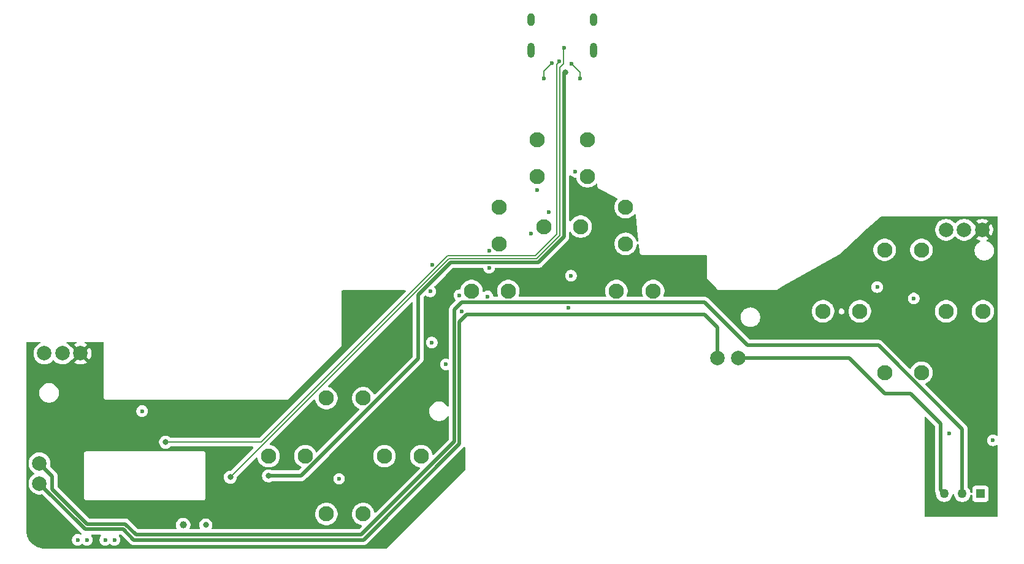
<source format=gbr>
%TF.GenerationSoftware,KiCad,Pcbnew,9.0.2*%
%TF.CreationDate,2025-07-08T14:50:53+02:00*%
%TF.ProjectId,FMControllerSeed,464d436f-6e74-4726-9f6c-6c6572536565,rev?*%
%TF.SameCoordinates,Original*%
%TF.FileFunction,Copper,L2,Inr*%
%TF.FilePolarity,Positive*%
%FSLAX46Y46*%
G04 Gerber Fmt 4.6, Leading zero omitted, Abs format (unit mm)*
G04 Created by KiCad (PCBNEW 9.0.2) date 2025-07-08 14:50:53*
%MOMM*%
%LPD*%
G01*
G04 APERTURE LIST*
%TA.AperFunction,ComponentPad*%
%ADD10C,2.100000*%
%TD*%
%TA.AperFunction,ComponentPad*%
%ADD11R,1.270000X1.270000*%
%TD*%
%TA.AperFunction,ComponentPad*%
%ADD12C,1.270000*%
%TD*%
%TA.AperFunction,ComponentPad*%
%ADD13C,2.000000*%
%TD*%
%TA.AperFunction,HeatsinkPad*%
%ADD14O,1.000000X2.100000*%
%TD*%
%TA.AperFunction,HeatsinkPad*%
%ADD15O,1.000000X1.800000*%
%TD*%
%TA.AperFunction,ViaPad*%
%ADD16C,0.600000*%
%TD*%
%TA.AperFunction,ViaPad*%
%ADD17C,1.000000*%
%TD*%
%TA.AperFunction,ViaPad*%
%ADD18C,0.800000*%
%TD*%
%TA.AperFunction,Conductor*%
%ADD19C,0.200000*%
%TD*%
%TA.AperFunction,Conductor*%
%ADD20C,0.500000*%
%TD*%
G04 APERTURE END LIST*
D10*
%TO.N,Column 1*%
%TO.C,StickL2*%
X144568248Y-74540000D03*
%TO.N,Net-(D1-Pad1)*%
X144568248Y-69460000D03*
%TD*%
%TO.N,Column 0*%
%TO.C,BumperL1*%
X139292937Y-83872751D03*
%TO.N,Net-(BumperL1-Pad2)*%
X139292937Y-78792751D03*
%TD*%
D11*
%TO.N,unconnected-(SW17-Pad1)*%
%TO.C,SW17*%
X205760000Y-118380000D03*
D12*
%TO.N,+BAT*%
X203260000Y-118380000D03*
%TO.N,Net-(U2-BAT+)*%
X200760000Y-118380000D03*
%TD*%
D13*
%TO.N,-BATT*%
%TO.C,U3*%
X75830000Y-116980000D03*
%TO.N,+BAT*%
X75830000Y-114180000D03*
%TD*%
%TO.N,-BATT*%
%TO.C,U2*%
X169480000Y-99630000D03*
%TO.N,Net-(U2-BAT+)*%
X172280000Y-99630000D03*
%TD*%
D10*
%TO.N,Column 2*%
%TO.C,BumperR1*%
X156775311Y-83872751D03*
%TO.N,Net-(BumperR1-Pad2)*%
X156775311Y-78792751D03*
%TD*%
%TO.N,Column 1*%
%TO.C,B1*%
X201012488Y-93182858D03*
%TO.N,Net-(B1-Pad2)*%
X206092488Y-93182858D03*
%TD*%
%TO.N,Column 1*%
%TO.C,Home1*%
X145494224Y-81486626D03*
%TO.N,Net-(D3-Pad2)*%
X150574224Y-81486626D03*
%TD*%
%TO.N,Column 3*%
%TO.C,StickR2*%
X151500000Y-74540000D03*
%TO.N,Net-(D2-Pad2)*%
X151500000Y-69460000D03*
%TD*%
%TO.N,Column 2*%
%TO.C,Start1*%
X155493736Y-90382830D03*
%TO.N,Net-(D4-Pad2)*%
X160573736Y-90382830D03*
%TD*%
%TO.N,Column 3*%
%TO.C,LEFT1*%
X107459565Y-113182532D03*
%TO.N,Net-(D8-Pad2)*%
X112539565Y-113182532D03*
%TD*%
%TO.N,Column 0*%
%TO.C,A1*%
X192527472Y-101667529D03*
%TO.N,Net-(A1-Pad2)*%
X197607472Y-101667529D03*
%TD*%
%TO.N,Column 1*%
%TO.C,RIGHT1*%
X123459348Y-113182532D03*
%TO.N,Net-(D7-Pad2)*%
X128539348Y-113182532D03*
%TD*%
%TO.N,Column 3*%
%TO.C,Y1*%
X192527797Y-84697516D03*
%TO.N,Net-(D6-Pad1)*%
X197607797Y-84697516D03*
%TD*%
D14*
%TO.N,GND*%
%TO.C,J1*%
X152353509Y-57113509D03*
D15*
X152353509Y-52933509D03*
D14*
X143713509Y-57113509D03*
D15*
X143713509Y-52933509D03*
%TD*%
D10*
%TO.N,Column 0*%
%TO.C,DOWN1*%
X115459348Y-121182532D03*
%TO.N,Net-(D7-Pad1)*%
X120539348Y-121182532D03*
%TD*%
%TO.N,Column 0*%
%TO.C,Select1*%
X135494224Y-90382341D03*
%TO.N,Net-(D3-Pad1)*%
X140574224Y-90382341D03*
%TD*%
%TO.N,Column 2*%
%TO.C,UP1*%
X115459022Y-105182858D03*
%TO.N,Net-(D8-Pad1)*%
X120539022Y-105182858D03*
%TD*%
%TO.N,Column 2*%
%TO.C,X1*%
X184041823Y-93182858D03*
%TO.N,Net-(D6-Pad2)*%
X189121823Y-93182858D03*
%TD*%
D13*
%TO.N,+3.3V*%
%TO.C,TriggerL1*%
X81500000Y-99000000D03*
%TO.N,GND*%
X79000000Y-99000000D03*
%TO.N,Net-(TriggerL1-OUT)*%
X76500000Y-99000000D03*
%TD*%
%TO.N,+3.3V*%
%TO.C,TriggerR1*%
X206017934Y-81930715D03*
%TO.N,GND*%
X203517934Y-81930715D03*
%TO.N,Net-(TriggerR1-OUT)*%
X201017934Y-81930715D03*
%TD*%
D16*
%TO.N,GND*%
X130000000Y-97500000D03*
X207500000Y-111000000D03*
D17*
X95680000Y-122700000D03*
D16*
%TO.N,Column 0*%
X131935735Y-100525735D03*
X117205735Y-116315735D03*
X137920000Y-87192000D03*
%TO.N,Column 1*%
X137700000Y-91133341D03*
X84920000Y-124750000D03*
X146160000Y-79500000D03*
X144520000Y-76470000D03*
%TO.N,+3.3V*%
X207500000Y-110000000D03*
D17*
X92480000Y-122700000D03*
D16*
X130065847Y-94750000D03*
%TO.N,Row 0*%
X137980000Y-84840000D03*
X129810000Y-90440000D03*
%TO.N,Row 1*%
X90000000Y-106970000D03*
X130115235Y-86746235D03*
%TO.N,Row 2*%
X82380000Y-124750000D03*
X148880000Y-92734341D03*
D18*
%TO.N,D-*%
X93240000Y-111270000D03*
D16*
X147630000Y-58696564D03*
D18*
%TO.N,VBUS*%
X148460000Y-60160000D03*
X107451340Y-115908660D03*
X98790000Y-122700000D03*
D16*
%TO.N,Net-(J1-CC1)*%
X149283509Y-59005830D03*
X150440000Y-61050000D03*
%TO.N,D+*%
X148283509Y-56799157D03*
D18*
X102187100Y-116090000D03*
D16*
%TO.N,Net-(J1-CC2)*%
X146565331Y-58924669D03*
X145480000Y-61050000D03*
%TO.N,Column 3*%
X133830000Y-90980000D03*
X81110000Y-124750000D03*
X143690000Y-82460000D03*
%TO.N,Net-(StickR1-Y)*%
X86190000Y-124750000D03*
X201440000Y-110060000D03*
%TO.N,Net-(TriggerR1-OUT)*%
X134096095Y-93196099D03*
X191500000Y-89840000D03*
%TO.N,Net-(BumperR1-Pad2)*%
X149830000Y-73910000D03*
%TO.N,Net-(D3-Pad2)*%
X149230000Y-88260000D03*
%TO.N,Net-(D6-Pad1)*%
X196557500Y-91417500D03*
%TD*%
D19*
%TO.N,D-*%
X147630000Y-58696564D02*
X147630000Y-58731370D01*
X144317100Y-85490000D02*
X132220000Y-85490000D01*
X147288000Y-82519100D02*
X144317100Y-85490000D01*
X106440000Y-111270000D02*
X93240000Y-111270000D01*
X147630000Y-58731370D02*
X147288000Y-59073370D01*
X132220000Y-85490000D02*
X106440000Y-111270000D01*
X147288000Y-59073370D02*
X147288000Y-82519100D01*
D20*
%TO.N,VBUS*%
X148240000Y-82913432D02*
X148240000Y-60380000D01*
X128140000Y-99704615D02*
X128140000Y-90916332D01*
X114040565Y-113804050D02*
X128140000Y-99704615D01*
X111936172Y-115908660D02*
X114040565Y-113804267D01*
X148240000Y-60380000D02*
X148460000Y-60160000D01*
X132614332Y-86442000D02*
X144711432Y-86442000D01*
X128140000Y-90916332D02*
X132614332Y-86442000D01*
X114040565Y-113804267D02*
X114040565Y-113804050D01*
X144711432Y-86442000D02*
X148240000Y-82913432D01*
X107451340Y-115908660D02*
X111936172Y-115908660D01*
D19*
%TO.N,Net-(J1-CC1)*%
X149283509Y-59005830D02*
X150440000Y-60162321D01*
X150440000Y-60162321D02*
X150440000Y-61050000D01*
%TO.N,D+*%
X148230000Y-56830000D02*
X148230000Y-58446621D01*
X148231000Y-58447621D02*
X148231000Y-58945507D01*
X148230000Y-58946507D02*
X148230000Y-59000000D01*
X148230000Y-58446621D02*
X148231000Y-58447621D01*
X148230000Y-59000000D02*
X147689000Y-59541000D01*
X147689000Y-82685200D02*
X144483200Y-85891000D01*
X148231000Y-58945507D02*
X148230000Y-58946507D01*
X147689000Y-59541000D02*
X147689000Y-82685200D01*
X132386100Y-85891000D02*
X102187100Y-116090000D01*
X144483200Y-85891000D02*
X132386100Y-85891000D01*
%TO.N,Net-(J1-CC2)*%
X146565331Y-58924669D02*
X145480000Y-60010000D01*
X145480000Y-60010000D02*
X145480000Y-61050000D01*
D20*
%TO.N,+BAT*%
X77620000Y-115990000D02*
X75830000Y-114200000D01*
X87692439Y-122569000D02*
X82410364Y-122569000D01*
X203260000Y-118380000D02*
X203260000Y-109442792D01*
X82410364Y-122569000D02*
X77620000Y-117778636D01*
X173600000Y-97880000D02*
X167660000Y-91940000D01*
X120271000Y-124049000D02*
X89172439Y-124049000D01*
X191697208Y-97880000D02*
X173600000Y-97880000D01*
X134130000Y-91940000D02*
X133140000Y-92930000D01*
X77620000Y-117778636D02*
X77620000Y-115990000D01*
X133140000Y-111180000D02*
X120271000Y-124049000D01*
X89172439Y-124049000D02*
X87692439Y-122569000D01*
X203260000Y-109442792D02*
X191697208Y-97880000D01*
X133140000Y-92930000D02*
X133140000Y-111180000D01*
X75830000Y-114200000D02*
X75830000Y-114180000D01*
X167660000Y-91940000D02*
X134130000Y-91940000D01*
%TO.N,Net-(U2-BAT+)*%
X200239000Y-108668586D02*
X200239000Y-117859000D01*
X187650000Y-99630000D02*
X192580000Y-104560000D01*
X196130414Y-104560000D02*
X200239000Y-108668586D01*
X192580000Y-104560000D02*
X196130414Y-104560000D01*
X172280000Y-99630000D02*
X187650000Y-99630000D01*
X200239000Y-117859000D02*
X200760000Y-118380000D01*
%TO.N,-BATT*%
X134856171Y-93640000D02*
X133841000Y-94655171D01*
X88882075Y-124750000D02*
X87402075Y-123270000D01*
X133841000Y-94655171D02*
X133841000Y-111470364D01*
X120561364Y-124750000D02*
X88882075Y-124750000D01*
X169480000Y-99630000D02*
X169480000Y-95441999D01*
X169480000Y-95441999D02*
X167678001Y-93640000D01*
X133841000Y-111470364D02*
X120561364Y-124750000D01*
X87402075Y-123270000D02*
X82120000Y-123270000D01*
X82120000Y-123270000D02*
X75830000Y-116980000D01*
X167678001Y-93640000D02*
X134856171Y-93640000D01*
%TD*%
%TA.AperFunction,Conductor*%
%TO.N,+3.3V*%
G36*
X149195703Y-74407851D02*
G01*
X149203758Y-74416126D01*
X149203903Y-74415982D01*
X149319707Y-74531786D01*
X149319711Y-74531789D01*
X149450814Y-74619390D01*
X149450827Y-74619397D01*
X149596498Y-74679735D01*
X149596503Y-74679737D01*
X149751153Y-74710499D01*
X149751156Y-74710500D01*
X149851272Y-74710500D01*
X149918311Y-74730185D01*
X149964066Y-74782989D01*
X149973745Y-74815102D01*
X149987678Y-74903072D01*
X150063097Y-75135187D01*
X150173896Y-75352642D01*
X150317339Y-75550076D01*
X150317343Y-75550081D01*
X150489918Y-75722656D01*
X150489923Y-75722660D01*
X150649827Y-75838836D01*
X150687361Y-75866106D01*
X150904815Y-75976904D01*
X151136924Y-76052321D01*
X151377973Y-76090500D01*
X151377974Y-76090500D01*
X151622026Y-76090500D01*
X151622027Y-76090500D01*
X151863076Y-76052321D01*
X152095185Y-75976904D01*
X152312639Y-75866106D01*
X152510083Y-75722655D01*
X152656067Y-75576671D01*
X152675503Y-75566058D01*
X152692237Y-75551558D01*
X152705568Y-75549641D01*
X152717390Y-75543186D01*
X152739476Y-75544765D01*
X152761395Y-75541614D01*
X152773646Y-75547209D01*
X152787082Y-75548170D01*
X152804808Y-75561440D01*
X152824951Y-75570639D01*
X152832233Y-75581970D01*
X152843015Y-75590042D01*
X152850752Y-75610787D01*
X152862725Y-75629417D01*
X152865876Y-75651335D01*
X152867432Y-75655506D01*
X152867748Y-75664352D01*
X152867748Y-75838836D01*
X152867064Y-75851843D01*
X152866522Y-75856978D01*
X152867707Y-75902941D01*
X152867748Y-75906136D01*
X152867748Y-75952099D01*
X152868423Y-75957230D01*
X152868424Y-75957233D01*
X152868429Y-75957272D01*
X152869239Y-75962397D01*
X152873530Y-75976904D01*
X152882732Y-76008016D01*
X152895041Y-76053954D01*
X152897661Y-76058492D01*
X152899149Y-76063523D01*
X152923151Y-76102725D01*
X152923985Y-76104087D01*
X152947768Y-76145280D01*
X152951476Y-76148988D01*
X152954213Y-76153458D01*
X152987509Y-76185080D01*
X152987531Y-76185101D01*
X152989804Y-76187316D01*
X153022335Y-76219847D01*
X153022341Y-76219850D01*
X153026425Y-76222984D01*
X153026459Y-76223010D01*
X153026497Y-76223039D01*
X153026509Y-76223047D01*
X153030677Y-76226078D01*
X153071034Y-76248011D01*
X153073823Y-76249574D01*
X153113657Y-76272572D01*
X153113658Y-76272572D01*
X153113661Y-76272574D01*
X153113663Y-76272574D01*
X153118430Y-76274549D01*
X153130193Y-76280162D01*
X155372462Y-77498787D01*
X155413661Y-77522574D01*
X155418723Y-77523930D01*
X155423326Y-77526432D01*
X155423329Y-77526433D01*
X155423331Y-77526434D01*
X155438479Y-77530077D01*
X155468046Y-77537188D01*
X155468047Y-77537188D01*
X155469583Y-77537557D01*
X155515521Y-77549867D01*
X155520763Y-77549867D01*
X155525861Y-77551093D01*
X155525862Y-77551092D01*
X155525863Y-77551093D01*
X155533940Y-77551945D01*
X155533827Y-77553009D01*
X155533951Y-77553039D01*
X155533915Y-77553186D01*
X155538091Y-77555586D01*
X155589120Y-77569147D01*
X155636225Y-77620751D01*
X155647953Y-77689629D01*
X155620581Y-77753914D01*
X155612483Y-77762840D01*
X155592655Y-77782668D01*
X155592650Y-77782674D01*
X155449207Y-77980108D01*
X155338408Y-78197563D01*
X155262989Y-78429678D01*
X155224811Y-78670724D01*
X155224811Y-78914777D01*
X155257445Y-79120821D01*
X155262990Y-79155827D01*
X155338407Y-79387936D01*
X155435680Y-79578846D01*
X155449207Y-79605393D01*
X155592650Y-79802827D01*
X155592654Y-79802832D01*
X155765229Y-79975407D01*
X155765234Y-79975411D01*
X155867517Y-80049723D01*
X155962672Y-80118857D01*
X156180126Y-80229655D01*
X156412235Y-80305072D01*
X156653284Y-80343251D01*
X156653285Y-80343251D01*
X156897337Y-80343251D01*
X156897338Y-80343251D01*
X157138387Y-80305072D01*
X157370496Y-80229655D01*
X157587950Y-80118857D01*
X157785394Y-79975406D01*
X157957966Y-79802834D01*
X157957966Y-79802833D01*
X157961411Y-79799389D01*
X157962537Y-79800515D01*
X158015188Y-79766145D01*
X158085056Y-79765647D01*
X158144102Y-79803001D01*
X158173580Y-79866348D01*
X158174401Y-79872993D01*
X158456497Y-82804617D01*
X158502954Y-83287416D01*
X158515522Y-83418021D01*
X158502349Y-83486638D01*
X158454170Y-83537240D01*
X158386282Y-83553762D01*
X158320239Y-83530958D01*
X158277008Y-83476068D01*
X158274161Y-83468216D01*
X158271329Y-83459500D01*
X158212215Y-83277566D01*
X158101417Y-83060112D01*
X158048555Y-82987353D01*
X157957971Y-82862674D01*
X157957967Y-82862669D01*
X157785392Y-82690094D01*
X157785387Y-82690090D01*
X157587953Y-82546647D01*
X157587952Y-82546646D01*
X157587950Y-82546645D01*
X157370496Y-82435847D01*
X157138387Y-82360430D01*
X157138385Y-82360429D01*
X157138383Y-82360429D01*
X156951402Y-82330814D01*
X156897338Y-82322251D01*
X156653284Y-82322251D01*
X156599220Y-82330814D01*
X156412238Y-82360429D01*
X156180123Y-82435848D01*
X155962668Y-82546647D01*
X155765234Y-82690090D01*
X155765229Y-82690094D01*
X155592654Y-82862669D01*
X155592650Y-82862674D01*
X155449207Y-83060108D01*
X155338408Y-83277563D01*
X155338407Y-83277565D01*
X155338407Y-83277566D01*
X155303109Y-83386201D01*
X155262989Y-83509678D01*
X155224811Y-83750724D01*
X155224811Y-83994777D01*
X155262989Y-84235823D01*
X155262989Y-84235825D01*
X155262990Y-84235827D01*
X155338407Y-84467936D01*
X155433387Y-84654346D01*
X155449207Y-84685393D01*
X155592650Y-84882827D01*
X155592654Y-84882832D01*
X155765229Y-85055407D01*
X155765234Y-85055411D01*
X155862727Y-85126243D01*
X155962672Y-85198857D01*
X156180126Y-85309655D01*
X156412235Y-85385072D01*
X156653284Y-85423251D01*
X156653285Y-85423251D01*
X156897337Y-85423251D01*
X156897338Y-85423251D01*
X157138387Y-85385072D01*
X157370496Y-85309655D01*
X157587950Y-85198857D01*
X157785394Y-85055406D01*
X157957966Y-84882834D01*
X158101417Y-84685390D01*
X158212215Y-84467936D01*
X158287632Y-84235827D01*
X158325811Y-83994778D01*
X158325811Y-83994771D01*
X158325829Y-83994658D01*
X158355758Y-83931524D01*
X158415069Y-83894592D01*
X158484932Y-83895590D01*
X158543165Y-83934200D01*
X158571279Y-83998163D01*
X158571732Y-84002179D01*
X158657115Y-84889500D01*
X158667748Y-84999999D01*
X158667748Y-85033504D01*
X158672776Y-85052271D01*
X158673763Y-85062529D01*
X158673764Y-85062530D01*
X158674639Y-85071620D01*
X158674640Y-85071626D01*
X158684283Y-85097421D01*
X158687907Y-85108742D01*
X158692596Y-85126239D01*
X158695041Y-85135364D01*
X158704759Y-85152196D01*
X158711564Y-85170400D01*
X158731015Y-85197673D01*
X158733993Y-85202831D01*
X158733993Y-85202833D01*
X158747277Y-85225840D01*
X158747768Y-85226690D01*
X158747770Y-85226692D01*
X158754219Y-85233141D01*
X158767492Y-85248821D01*
X158772789Y-85256248D01*
X158772796Y-85256256D01*
X158798645Y-85277567D01*
X158822335Y-85301257D01*
X158839165Y-85310973D01*
X158854162Y-85323338D01*
X158884648Y-85337233D01*
X158913661Y-85353984D01*
X158932433Y-85359014D01*
X158950119Y-85367075D01*
X158977298Y-85371624D01*
X158977300Y-85371625D01*
X158983165Y-85372606D01*
X159015521Y-85381277D01*
X159034955Y-85381277D01*
X159054124Y-85384486D01*
X159081549Y-85381847D01*
X159093425Y-85381277D01*
X167843748Y-85381277D01*
X167910787Y-85400962D01*
X167956542Y-85453766D01*
X167967748Y-85505277D01*
X167967748Y-88439055D01*
X167966386Y-88485958D01*
X167967748Y-88491703D01*
X167967748Y-88497605D01*
X167979418Y-88541162D01*
X167980299Y-88544649D01*
X167990711Y-88588571D01*
X167992795Y-88594047D01*
X167995038Y-88599459D01*
X168017595Y-88638530D01*
X168019348Y-88641671D01*
X168040766Y-88681387D01*
X168044188Y-88686125D01*
X168047769Y-88690792D01*
X168079669Y-88722692D01*
X168082177Y-88725274D01*
X169303603Y-90019757D01*
X169394814Y-90116423D01*
X169397767Y-90121538D01*
X169430952Y-90154723D01*
X169463136Y-90188832D01*
X169463138Y-90188833D01*
X169463140Y-90188835D01*
X169467681Y-90192534D01*
X169472331Y-90196102D01*
X169472334Y-90196105D01*
X169496857Y-90210263D01*
X169511410Y-90218665D01*
X169514473Y-90220492D01*
X169552892Y-90244187D01*
X169552898Y-90244189D01*
X169558258Y-90246593D01*
X169563654Y-90248829D01*
X169563660Y-90248832D01*
X169607272Y-90260517D01*
X169610687Y-90261485D01*
X169653917Y-90274426D01*
X169653926Y-90274426D01*
X169659719Y-90275360D01*
X169665518Y-90276124D01*
X169665520Y-90276125D01*
X169710616Y-90276125D01*
X169714213Y-90276176D01*
X169759327Y-90277487D01*
X169759327Y-90277486D01*
X169759330Y-90277487D01*
X169766366Y-90276768D01*
X169778976Y-90276125D01*
X177416028Y-90276125D01*
X177416521Y-90276125D01*
X177467509Y-90276567D01*
X177469198Y-90276128D01*
X177470962Y-90276129D01*
X177470973Y-90276125D01*
X177470974Y-90276126D01*
X177520270Y-90262917D01*
X177569601Y-90250155D01*
X177571126Y-90249291D01*
X177572829Y-90248835D01*
X177572831Y-90248833D01*
X177572834Y-90248833D01*
X177616711Y-90223499D01*
X177617483Y-90223058D01*
X178433745Y-89761153D01*
X190699500Y-89761153D01*
X190699500Y-89918846D01*
X190730261Y-90073489D01*
X190730264Y-90073501D01*
X190790602Y-90219172D01*
X190790609Y-90219185D01*
X190878210Y-90350288D01*
X190878213Y-90350292D01*
X190989707Y-90461786D01*
X190989711Y-90461789D01*
X191120814Y-90549390D01*
X191120827Y-90549397D01*
X191244992Y-90600827D01*
X191266503Y-90609737D01*
X191421153Y-90640499D01*
X191421156Y-90640500D01*
X191421158Y-90640500D01*
X191578844Y-90640500D01*
X191578845Y-90640499D01*
X191733497Y-90609737D01*
X191879179Y-90549394D01*
X192010289Y-90461789D01*
X192121789Y-90350289D01*
X192209394Y-90219179D01*
X192218952Y-90196105D01*
X192236093Y-90154722D01*
X192269737Y-90073497D01*
X192300500Y-89918842D01*
X192300500Y-89761158D01*
X192300500Y-89761155D01*
X192300499Y-89761153D01*
X192269737Y-89606503D01*
X192215319Y-89475125D01*
X192209397Y-89460827D01*
X192209390Y-89460814D01*
X192121789Y-89329711D01*
X192121786Y-89329707D01*
X192010292Y-89218213D01*
X192010288Y-89218210D01*
X191879185Y-89130609D01*
X191879172Y-89130602D01*
X191733501Y-89070264D01*
X191733489Y-89070261D01*
X191578845Y-89039500D01*
X191578842Y-89039500D01*
X191421158Y-89039500D01*
X191421155Y-89039500D01*
X191266510Y-89070261D01*
X191266498Y-89070264D01*
X191120827Y-89130602D01*
X191120814Y-89130609D01*
X190989711Y-89218210D01*
X190989707Y-89218213D01*
X190878213Y-89329707D01*
X190878210Y-89329711D01*
X190790609Y-89460814D01*
X190790602Y-89460827D01*
X190730264Y-89606498D01*
X190730261Y-89606510D01*
X190699500Y-89761153D01*
X178433745Y-89761153D01*
X186258808Y-85333120D01*
X186298845Y-85312448D01*
X186304602Y-85307206D01*
X186311379Y-85303372D01*
X186311378Y-85303372D01*
X186311381Y-85303371D01*
X186341846Y-85273426D01*
X186345246Y-85270210D01*
X187108485Y-84575489D01*
X190977297Y-84575489D01*
X190977297Y-84819542D01*
X191014654Y-85055407D01*
X191015476Y-85060592D01*
X191090893Y-85292701D01*
X191172959Y-85453766D01*
X191201693Y-85510158D01*
X191345136Y-85707592D01*
X191345140Y-85707597D01*
X191517715Y-85880172D01*
X191517720Y-85880176D01*
X191689933Y-86005295D01*
X191715158Y-86023622D01*
X191932612Y-86134420D01*
X192164721Y-86209837D01*
X192405770Y-86248016D01*
X192405771Y-86248016D01*
X192649823Y-86248016D01*
X192649824Y-86248016D01*
X192890873Y-86209837D01*
X193122982Y-86134420D01*
X193340436Y-86023622D01*
X193537880Y-85880171D01*
X193710452Y-85707599D01*
X193853903Y-85510155D01*
X193964701Y-85292701D01*
X194040118Y-85060592D01*
X194078297Y-84819543D01*
X194078297Y-84575489D01*
X196057297Y-84575489D01*
X196057297Y-84819542D01*
X196094654Y-85055407D01*
X196095476Y-85060592D01*
X196170893Y-85292701D01*
X196252959Y-85453766D01*
X196281693Y-85510158D01*
X196425136Y-85707592D01*
X196425140Y-85707597D01*
X196597715Y-85880172D01*
X196597720Y-85880176D01*
X196769933Y-86005295D01*
X196795158Y-86023622D01*
X197012612Y-86134420D01*
X197244721Y-86209837D01*
X197485770Y-86248016D01*
X197485771Y-86248016D01*
X197729823Y-86248016D01*
X197729824Y-86248016D01*
X197970873Y-86209837D01*
X198202982Y-86134420D01*
X198420436Y-86023622D01*
X198617880Y-85880171D01*
X198790452Y-85707599D01*
X198933903Y-85510155D01*
X199044701Y-85292701D01*
X199120118Y-85060592D01*
X199158297Y-84819543D01*
X199158297Y-84575489D01*
X199120118Y-84334440D01*
X199044701Y-84102331D01*
X198933903Y-83884877D01*
X198857626Y-83779890D01*
X198790457Y-83687439D01*
X198790453Y-83687434D01*
X198617878Y-83514859D01*
X198617873Y-83514855D01*
X198420439Y-83371412D01*
X198420438Y-83371411D01*
X198420436Y-83371410D01*
X198202982Y-83260612D01*
X197970873Y-83185195D01*
X197970871Y-83185194D01*
X197970869Y-83185194D01*
X197802566Y-83158537D01*
X197729824Y-83147016D01*
X197485770Y-83147016D01*
X197445634Y-83153373D01*
X197244724Y-83185194D01*
X197012609Y-83260613D01*
X196795154Y-83371412D01*
X196597720Y-83514855D01*
X196597715Y-83514859D01*
X196425140Y-83687434D01*
X196425136Y-83687439D01*
X196281693Y-83884873D01*
X196170894Y-84102328D01*
X196095475Y-84334443D01*
X196057297Y-84575489D01*
X194078297Y-84575489D01*
X194040118Y-84334440D01*
X193964701Y-84102331D01*
X193853903Y-83884877D01*
X193777626Y-83779890D01*
X193710457Y-83687439D01*
X193710453Y-83687434D01*
X193537878Y-83514859D01*
X193537873Y-83514855D01*
X193340439Y-83371412D01*
X193340438Y-83371411D01*
X193340436Y-83371410D01*
X193122982Y-83260612D01*
X192890873Y-83185195D01*
X192890871Y-83185194D01*
X192890869Y-83185194D01*
X192722566Y-83158537D01*
X192649824Y-83147016D01*
X192405770Y-83147016D01*
X192365634Y-83153373D01*
X192164724Y-83185194D01*
X191932609Y-83260613D01*
X191715154Y-83371412D01*
X191517720Y-83514855D01*
X191517715Y-83514859D01*
X191345140Y-83687434D01*
X191345136Y-83687439D01*
X191201693Y-83884873D01*
X191090894Y-84102328D01*
X191015475Y-84334443D01*
X190977297Y-84575489D01*
X187108485Y-84575489D01*
X190143850Y-81812617D01*
X199517434Y-81812617D01*
X199517434Y-82048812D01*
X199554380Y-82282083D01*
X199627367Y-82506711D01*
X199710202Y-82669282D01*
X199734591Y-82717148D01*
X199873417Y-82908225D01*
X200040424Y-83075232D01*
X200231501Y-83214058D01*
X200299657Y-83248785D01*
X200441937Y-83321281D01*
X200441939Y-83321281D01*
X200441942Y-83321283D01*
X200509365Y-83343190D01*
X200666565Y-83394268D01*
X200899837Y-83431215D01*
X200899842Y-83431215D01*
X201136031Y-83431215D01*
X201369302Y-83394268D01*
X201376762Y-83391844D01*
X201593926Y-83321283D01*
X201600042Y-83318167D01*
X201651958Y-83291714D01*
X201804367Y-83214058D01*
X201995444Y-83075232D01*
X202162451Y-82908225D01*
X202167616Y-82901116D01*
X202222946Y-82858450D01*
X202292559Y-82852471D01*
X202354354Y-82885077D01*
X202368252Y-82901116D01*
X202373417Y-82908225D01*
X202540424Y-83075232D01*
X202731501Y-83214058D01*
X202799657Y-83248785D01*
X202941937Y-83321281D01*
X202941939Y-83321281D01*
X202941942Y-83321283D01*
X203009365Y-83343190D01*
X203166565Y-83394268D01*
X203399837Y-83431215D01*
X203399842Y-83431215D01*
X203636031Y-83431215D01*
X203869302Y-83394268D01*
X203876762Y-83391844D01*
X204093926Y-83321283D01*
X204100042Y-83318167D01*
X204151958Y-83291714D01*
X204304367Y-83214058D01*
X204495444Y-83075232D01*
X204662451Y-82908225D01*
X204703319Y-82851974D01*
X204758645Y-82809311D01*
X204790477Y-82804617D01*
X205534971Y-82060123D01*
X205552009Y-82123708D01*
X205617835Y-82237722D01*
X205710927Y-82330814D01*
X205824941Y-82396640D01*
X205888524Y-82413677D01*
X205148827Y-83153373D01*
X205231762Y-83213629D01*
X205442131Y-83320817D01*
X205643361Y-83386201D01*
X205701036Y-83425638D01*
X205728235Y-83489997D01*
X205716320Y-83558843D01*
X205669076Y-83610319D01*
X205661339Y-83614616D01*
X205582182Y-83654949D01*
X205410213Y-83779890D01*
X205259890Y-83930213D01*
X205134951Y-84102179D01*
X205038444Y-84291585D01*
X204972753Y-84493760D01*
X204939500Y-84703713D01*
X204939500Y-84916286D01*
X204969072Y-85103000D01*
X204972754Y-85126243D01*
X205036794Y-85323338D01*
X205038444Y-85328414D01*
X205134951Y-85517820D01*
X205259890Y-85689786D01*
X205410213Y-85840109D01*
X205582179Y-85965048D01*
X205582181Y-85965049D01*
X205582184Y-85965051D01*
X205771588Y-86061557D01*
X205973757Y-86127246D01*
X206183713Y-86160500D01*
X206183714Y-86160500D01*
X206396286Y-86160500D01*
X206396287Y-86160500D01*
X206606243Y-86127246D01*
X206808412Y-86061557D01*
X206997816Y-85965051D01*
X207024402Y-85945735D01*
X207169786Y-85840109D01*
X207169788Y-85840106D01*
X207169792Y-85840104D01*
X207320104Y-85689792D01*
X207320106Y-85689788D01*
X207320109Y-85689786D01*
X207445048Y-85517820D01*
X207445047Y-85517820D01*
X207445051Y-85517816D01*
X207541557Y-85328412D01*
X207607246Y-85126243D01*
X207640500Y-84916287D01*
X207640500Y-84703713D01*
X207607246Y-84493757D01*
X207541557Y-84291588D01*
X207445051Y-84102184D01*
X207445049Y-84102181D01*
X207445048Y-84102179D01*
X207320109Y-83930213D01*
X207169786Y-83779890D01*
X206997820Y-83654951D01*
X206808414Y-83558444D01*
X206808413Y-83558443D01*
X206808412Y-83558443D01*
X206677266Y-83515831D01*
X206619592Y-83476395D01*
X206592394Y-83412036D01*
X206604309Y-83343190D01*
X206651553Y-83291714D01*
X206659291Y-83287416D01*
X206804097Y-83213633D01*
X206804103Y-83213629D01*
X206887038Y-83153373D01*
X206887039Y-83153373D01*
X206147342Y-82413677D01*
X206210927Y-82396640D01*
X206324941Y-82330814D01*
X206418033Y-82237722D01*
X206483859Y-82123708D01*
X206500896Y-82060124D01*
X207240592Y-82799820D01*
X207240592Y-82799819D01*
X207300848Y-82716884D01*
X207300852Y-82716878D01*
X207408036Y-82506517D01*
X207480999Y-82281962D01*
X207517934Y-82048767D01*
X207517934Y-81812662D01*
X207480999Y-81579467D01*
X207408036Y-81354912D01*
X207300848Y-81144543D01*
X207240592Y-81061609D01*
X207240592Y-81061608D01*
X206500896Y-81801305D01*
X206483859Y-81737722D01*
X206418033Y-81623708D01*
X206324941Y-81530616D01*
X206210927Y-81464790D01*
X206147343Y-81447752D01*
X206887039Y-80708055D01*
X206887038Y-80708053D01*
X206804108Y-80647802D01*
X206593736Y-80540612D01*
X206369181Y-80467649D01*
X206369182Y-80467649D01*
X206135986Y-80430715D01*
X205899882Y-80430715D01*
X205666686Y-80467649D01*
X205442131Y-80540612D01*
X205231764Y-80647799D01*
X205148828Y-80708055D01*
X205888525Y-81447752D01*
X205824941Y-81464790D01*
X205710927Y-81530616D01*
X205617835Y-81623708D01*
X205552009Y-81737722D01*
X205534971Y-81801305D01*
X204789744Y-81056078D01*
X204775796Y-81052292D01*
X204744986Y-81045820D01*
X204741295Y-81042929D01*
X204738758Y-81042241D01*
X204729607Y-81033775D01*
X204711614Y-81019683D01*
X204707198Y-81014794D01*
X204662451Y-80953205D01*
X204495444Y-80786198D01*
X204304367Y-80647372D01*
X204093930Y-80540148D01*
X203869302Y-80467161D01*
X203636031Y-80430215D01*
X203636026Y-80430215D01*
X203399842Y-80430215D01*
X203399837Y-80430215D01*
X203166565Y-80467161D01*
X202941937Y-80540148D01*
X202731500Y-80647372D01*
X202647981Y-80708053D01*
X202540424Y-80786198D01*
X202540422Y-80786200D01*
X202540421Y-80786200D01*
X202373416Y-80953205D01*
X202368249Y-80960318D01*
X202312917Y-81002981D01*
X202243304Y-81008957D01*
X202181510Y-80976349D01*
X202167619Y-80960318D01*
X202162451Y-80953205D01*
X201995446Y-80786200D01*
X201995444Y-80786198D01*
X201804367Y-80647372D01*
X201593930Y-80540148D01*
X201369302Y-80467161D01*
X201136031Y-80430215D01*
X201136026Y-80430215D01*
X200899842Y-80430215D01*
X200899837Y-80430215D01*
X200666565Y-80467161D01*
X200441937Y-80540148D01*
X200231500Y-80647372D01*
X200147981Y-80708053D01*
X200040424Y-80786198D01*
X200040422Y-80786200D01*
X200040421Y-80786200D01*
X199873419Y-80953202D01*
X199873419Y-80953203D01*
X199873417Y-80953205D01*
X199856602Y-80976349D01*
X199734591Y-81144281D01*
X199627367Y-81354718D01*
X199554380Y-81579346D01*
X199517434Y-81812617D01*
X190143850Y-81812617D01*
X191992180Y-80130216D01*
X192055007Y-80099648D01*
X192075648Y-80097918D01*
X208029029Y-80097918D01*
X208096068Y-80117603D01*
X208141823Y-80170407D01*
X208153029Y-80221918D01*
X208153029Y-110241598D01*
X208133344Y-110308637D01*
X208080540Y-110354392D01*
X208011382Y-110364336D01*
X207960139Y-110344700D01*
X207879190Y-110290612D01*
X207879172Y-110290602D01*
X207733501Y-110230264D01*
X207733489Y-110230261D01*
X207578845Y-110199500D01*
X207578842Y-110199500D01*
X207421158Y-110199500D01*
X207421155Y-110199500D01*
X207266510Y-110230261D01*
X207266498Y-110230264D01*
X207120827Y-110290602D01*
X207120814Y-110290609D01*
X206989711Y-110378210D01*
X206989707Y-110378213D01*
X206878213Y-110489707D01*
X206878210Y-110489711D01*
X206790609Y-110620814D01*
X206790602Y-110620827D01*
X206730264Y-110766498D01*
X206730261Y-110766510D01*
X206699500Y-110921153D01*
X206699500Y-111078846D01*
X206730261Y-111233489D01*
X206730264Y-111233501D01*
X206790602Y-111379172D01*
X206790609Y-111379185D01*
X206878210Y-111510288D01*
X206878213Y-111510292D01*
X206989707Y-111621786D01*
X206989711Y-111621789D01*
X207120814Y-111709390D01*
X207120827Y-111709397D01*
X207239135Y-111758401D01*
X207266503Y-111769737D01*
X207421153Y-111800499D01*
X207421156Y-111800500D01*
X207421158Y-111800500D01*
X207578844Y-111800500D01*
X207578845Y-111800499D01*
X207733497Y-111769737D01*
X207879179Y-111709394D01*
X207909286Y-111689277D01*
X207960138Y-111655299D01*
X208026815Y-111634421D01*
X208094195Y-111652905D01*
X208140886Y-111704884D01*
X208153029Y-111758401D01*
X208153029Y-121458200D01*
X208133344Y-121525239D01*
X208080540Y-121570994D01*
X208029029Y-121582200D01*
X198156961Y-121582200D01*
X198089922Y-121562515D01*
X198044167Y-121509711D01*
X198032961Y-121458200D01*
X198032961Y-107823277D01*
X198052646Y-107756238D01*
X198105450Y-107710483D01*
X198174608Y-107700539D01*
X198238164Y-107729564D01*
X198244642Y-107735596D01*
X199452181Y-108943135D01*
X199485666Y-109004458D01*
X199488500Y-109030816D01*
X199488500Y-117932918D01*
X199488500Y-117932920D01*
X199488499Y-117932920D01*
X199517340Y-118077907D01*
X199517343Y-118077917D01*
X199573913Y-118214490D01*
X199573914Y-118214492D01*
X199602339Y-118257033D01*
X199603589Y-118258903D01*
X199624480Y-118325577D01*
X199624500Y-118327813D01*
X199624500Y-118469366D01*
X199632473Y-118519704D01*
X199652460Y-118645898D01*
X199652460Y-118645901D01*
X199707689Y-118815878D01*
X199707691Y-118815881D01*
X199788833Y-118975132D01*
X199893889Y-119119728D01*
X200020272Y-119246111D01*
X200164868Y-119351167D01*
X200324119Y-119432309D01*
X200324121Y-119432310D01*
X200482670Y-119483825D01*
X200494103Y-119487540D01*
X200670634Y-119515500D01*
X200670635Y-119515500D01*
X200849365Y-119515500D01*
X200849366Y-119515500D01*
X201025897Y-119487540D01*
X201025900Y-119487539D01*
X201025901Y-119487539D01*
X201195878Y-119432310D01*
X201195878Y-119432309D01*
X201195881Y-119432309D01*
X201355132Y-119351167D01*
X201499728Y-119246111D01*
X201626111Y-119119728D01*
X201731167Y-118975132D01*
X201812309Y-118815881D01*
X201812310Y-118815878D01*
X201867539Y-118645901D01*
X201867539Y-118645900D01*
X201867540Y-118645897D01*
X201887527Y-118519703D01*
X201917456Y-118456569D01*
X201976768Y-118419638D01*
X202046630Y-118420636D01*
X202104863Y-118459246D01*
X202132472Y-118519703D01*
X202142527Y-118583185D01*
X202152460Y-118645898D01*
X202152460Y-118645901D01*
X202207689Y-118815878D01*
X202207691Y-118815881D01*
X202288833Y-118975132D01*
X202393889Y-119119728D01*
X202520272Y-119246111D01*
X202664868Y-119351167D01*
X202824119Y-119432309D01*
X202824121Y-119432310D01*
X202982670Y-119483825D01*
X202994103Y-119487540D01*
X203170634Y-119515500D01*
X203170635Y-119515500D01*
X203349365Y-119515500D01*
X203349366Y-119515500D01*
X203525897Y-119487540D01*
X203525900Y-119487539D01*
X203525901Y-119487539D01*
X203695878Y-119432310D01*
X203695878Y-119432309D01*
X203695881Y-119432309D01*
X203855132Y-119351167D01*
X203999728Y-119246111D01*
X204126111Y-119119728D01*
X204231167Y-118975132D01*
X204312309Y-118815881D01*
X204367540Y-118645897D01*
X204378028Y-118579677D01*
X204407955Y-118516547D01*
X204467266Y-118479615D01*
X204537129Y-118480612D01*
X204595362Y-118519222D01*
X204623477Y-118583185D01*
X204624500Y-118599079D01*
X204624500Y-119062870D01*
X204624501Y-119062876D01*
X204630908Y-119122483D01*
X204681202Y-119257328D01*
X204681206Y-119257335D01*
X204767452Y-119372544D01*
X204767455Y-119372547D01*
X204882664Y-119458793D01*
X204882671Y-119458797D01*
X205017517Y-119509091D01*
X205017516Y-119509091D01*
X205024444Y-119509835D01*
X205077127Y-119515500D01*
X206442872Y-119515499D01*
X206502483Y-119509091D01*
X206637331Y-119458796D01*
X206752546Y-119372546D01*
X206838796Y-119257331D01*
X206889091Y-119122483D01*
X206895500Y-119062873D01*
X206895499Y-117697128D01*
X206889091Y-117637517D01*
X206846998Y-117524661D01*
X206838797Y-117502671D01*
X206838793Y-117502664D01*
X206752547Y-117387455D01*
X206752544Y-117387452D01*
X206637335Y-117301206D01*
X206637328Y-117301202D01*
X206502482Y-117250908D01*
X206502483Y-117250908D01*
X206442883Y-117244501D01*
X206442881Y-117244500D01*
X206442873Y-117244500D01*
X206442864Y-117244500D01*
X205077129Y-117244500D01*
X205077123Y-117244501D01*
X205017516Y-117250908D01*
X204882671Y-117301202D01*
X204882664Y-117301206D01*
X204767455Y-117387452D01*
X204767452Y-117387455D01*
X204681206Y-117502664D01*
X204681202Y-117502671D01*
X204630908Y-117637517D01*
X204624501Y-117697116D01*
X204624501Y-117697123D01*
X204624500Y-117697135D01*
X204624500Y-118160918D01*
X204604815Y-118227957D01*
X204552011Y-118273712D01*
X204482853Y-118283656D01*
X204419297Y-118254631D01*
X204381523Y-118195853D01*
X204378027Y-118180315D01*
X204367540Y-118114103D01*
X204367539Y-118114098D01*
X204312310Y-117944121D01*
X204312308Y-117944118D01*
X204306603Y-117932920D01*
X204231167Y-117784868D01*
X204126111Y-117640272D01*
X204046819Y-117560980D01*
X204013334Y-117499657D01*
X204010500Y-117473299D01*
X204010500Y-109368871D01*
X203981659Y-109223884D01*
X203981658Y-109223883D01*
X203981658Y-109223879D01*
X203981656Y-109223874D01*
X203925087Y-109087303D01*
X203925080Y-109087290D01*
X203842952Y-108964377D01*
X203821710Y-108943135D01*
X203738416Y-108859841D01*
X198177831Y-103299256D01*
X198144346Y-103237933D01*
X198149330Y-103168241D01*
X198191202Y-103112308D01*
X198209212Y-103101092D01*
X198420111Y-102993635D01*
X198617555Y-102850184D01*
X198790127Y-102677612D01*
X198933578Y-102480168D01*
X199044376Y-102262714D01*
X199119793Y-102030605D01*
X199157972Y-101789556D01*
X199157972Y-101545502D01*
X199119793Y-101304453D01*
X199044376Y-101072344D01*
X198933578Y-100854890D01*
X198864073Y-100759224D01*
X198790132Y-100657452D01*
X198790128Y-100657447D01*
X198617553Y-100484872D01*
X198617548Y-100484868D01*
X198420114Y-100341425D01*
X198420113Y-100341424D01*
X198420111Y-100341423D01*
X198202657Y-100230625D01*
X197970548Y-100155208D01*
X197970546Y-100155207D01*
X197970544Y-100155207D01*
X197802241Y-100128550D01*
X197729499Y-100117029D01*
X197485445Y-100117029D01*
X197429565Y-100125879D01*
X197244399Y-100155207D01*
X197012284Y-100230626D01*
X196794829Y-100341425D01*
X196597395Y-100484868D01*
X196597390Y-100484872D01*
X196424815Y-100657447D01*
X196424811Y-100657452D01*
X196281368Y-100854886D01*
X196173910Y-101065783D01*
X196125935Y-101116579D01*
X196058114Y-101133374D01*
X195991979Y-101110836D01*
X195975744Y-101097169D01*
X192175623Y-97297047D01*
X192175621Y-97297045D01*
X192129691Y-97266357D01*
X192099069Y-97245897D01*
X192052703Y-97214916D01*
X192052702Y-97214915D01*
X192052700Y-97214914D01*
X192052698Y-97214913D01*
X191916125Y-97158343D01*
X191916115Y-97158340D01*
X191771128Y-97129500D01*
X191771126Y-97129500D01*
X173962229Y-97129500D01*
X173895190Y-97109815D01*
X173874548Y-97093181D01*
X170757890Y-93976522D01*
X170675081Y-93893713D01*
X172649500Y-93893713D01*
X172649500Y-94106287D01*
X172682754Y-94316243D01*
X172745372Y-94508961D01*
X172748444Y-94518414D01*
X172844951Y-94707820D01*
X172969890Y-94879786D01*
X173120213Y-95030109D01*
X173292179Y-95155048D01*
X173292181Y-95155049D01*
X173292184Y-95155051D01*
X173481588Y-95251557D01*
X173683757Y-95317246D01*
X173893713Y-95350500D01*
X173893714Y-95350500D01*
X174106286Y-95350500D01*
X174106287Y-95350500D01*
X174316243Y-95317246D01*
X174518412Y-95251557D01*
X174707816Y-95155051D01*
X174742906Y-95129557D01*
X174879786Y-95030109D01*
X174879788Y-95030106D01*
X174879792Y-95030104D01*
X175030104Y-94879792D01*
X175030106Y-94879788D01*
X175030109Y-94879786D01*
X175155048Y-94707820D01*
X175155047Y-94707820D01*
X175155051Y-94707816D01*
X175251557Y-94518412D01*
X175317246Y-94316243D01*
X175350500Y-94106287D01*
X175350500Y-93893713D01*
X175317246Y-93683757D01*
X175251557Y-93481588D01*
X175155051Y-93292184D01*
X175114769Y-93236740D01*
X175036379Y-93128844D01*
X175036377Y-93128842D01*
X175030105Y-93120209D01*
X174970727Y-93060831D01*
X182491323Y-93060831D01*
X182491323Y-93304885D01*
X182497067Y-93341148D01*
X182523997Y-93511182D01*
X182529502Y-93545934D01*
X182535769Y-93565223D01*
X182604920Y-93778045D01*
X182715719Y-93995500D01*
X182859162Y-94192934D01*
X182859166Y-94192939D01*
X183031741Y-94365514D01*
X183031746Y-94365518D01*
X183203959Y-94490637D01*
X183229184Y-94508964D01*
X183446638Y-94619762D01*
X183678747Y-94695179D01*
X183919796Y-94733358D01*
X183919797Y-94733358D01*
X184163849Y-94733358D01*
X184163850Y-94733358D01*
X184404899Y-94695179D01*
X184637008Y-94619762D01*
X184854462Y-94508964D01*
X185051906Y-94365513D01*
X185224478Y-94192941D01*
X185367929Y-93995497D01*
X185478727Y-93778043D01*
X185554144Y-93545934D01*
X185592323Y-93304885D01*
X185592323Y-93128657D01*
X186172466Y-93128657D01*
X186172466Y-93236743D01*
X186200441Y-93341147D01*
X186200442Y-93341148D01*
X186200444Y-93341153D01*
X186254479Y-93434746D01*
X186254483Y-93434751D01*
X186254484Y-93434753D01*
X186330913Y-93511182D01*
X186330915Y-93511183D01*
X186330919Y-93511186D01*
X186424512Y-93565221D01*
X186424519Y-93565225D01*
X186528923Y-93593200D01*
X186528925Y-93593200D01*
X186637006Y-93593200D01*
X186637009Y-93593200D01*
X186741413Y-93565225D01*
X186835019Y-93511182D01*
X186911448Y-93434753D01*
X186965491Y-93341147D01*
X186993466Y-93236743D01*
X186993466Y-93128657D01*
X186975292Y-93060831D01*
X187571323Y-93060831D01*
X187571323Y-93304885D01*
X187577067Y-93341148D01*
X187603997Y-93511182D01*
X187609502Y-93545934D01*
X187615769Y-93565223D01*
X187684920Y-93778045D01*
X187795719Y-93995500D01*
X187939162Y-94192934D01*
X187939166Y-94192939D01*
X188111741Y-94365514D01*
X188111746Y-94365518D01*
X188283959Y-94490637D01*
X188309184Y-94508964D01*
X188526638Y-94619762D01*
X188758747Y-94695179D01*
X188999796Y-94733358D01*
X188999797Y-94733358D01*
X189243849Y-94733358D01*
X189243850Y-94733358D01*
X189484899Y-94695179D01*
X189717008Y-94619762D01*
X189934462Y-94508964D01*
X190131906Y-94365513D01*
X190304478Y-94192941D01*
X190447929Y-93995497D01*
X190558727Y-93778043D01*
X190634144Y-93545934D01*
X190672323Y-93304885D01*
X190672323Y-93060831D01*
X199461988Y-93060831D01*
X199461988Y-93304885D01*
X199467732Y-93341148D01*
X199494662Y-93511182D01*
X199500167Y-93545934D01*
X199506434Y-93565223D01*
X199575585Y-93778045D01*
X199686384Y-93995500D01*
X199829827Y-94192934D01*
X199829831Y-94192939D01*
X200002406Y-94365514D01*
X200002411Y-94365518D01*
X200174624Y-94490637D01*
X200199849Y-94508964D01*
X200417303Y-94619762D01*
X200649412Y-94695179D01*
X200890461Y-94733358D01*
X200890462Y-94733358D01*
X201134514Y-94733358D01*
X201134515Y-94733358D01*
X201375564Y-94695179D01*
X201607673Y-94619762D01*
X201825127Y-94508964D01*
X202022571Y-94365513D01*
X202195143Y-94192941D01*
X202338594Y-93995497D01*
X202449392Y-93778043D01*
X202524809Y-93545934D01*
X202562988Y-93304885D01*
X202562988Y-93060831D01*
X204541988Y-93060831D01*
X204541988Y-93304885D01*
X204547732Y-93341148D01*
X204574662Y-93511182D01*
X204580167Y-93545934D01*
X204586434Y-93565223D01*
X204655585Y-93778045D01*
X204766384Y-93995500D01*
X204909827Y-94192934D01*
X204909831Y-94192939D01*
X205082406Y-94365514D01*
X205082411Y-94365518D01*
X205254624Y-94490637D01*
X205279849Y-94508964D01*
X205497303Y-94619762D01*
X205729412Y-94695179D01*
X205970461Y-94733358D01*
X205970462Y-94733358D01*
X206214514Y-94733358D01*
X206214515Y-94733358D01*
X206455564Y-94695179D01*
X206687673Y-94619762D01*
X206905127Y-94508964D01*
X207102571Y-94365513D01*
X207275143Y-94192941D01*
X207418594Y-93995497D01*
X207529392Y-93778043D01*
X207604809Y-93545934D01*
X207642988Y-93304885D01*
X207642988Y-93060831D01*
X207604809Y-92819782D01*
X207529392Y-92587673D01*
X207418594Y-92370219D01*
X207308001Y-92218000D01*
X207275148Y-92172781D01*
X207275144Y-92172776D01*
X207102569Y-92000201D01*
X207102564Y-92000197D01*
X206905130Y-91856754D01*
X206905129Y-91856753D01*
X206905127Y-91856752D01*
X206687673Y-91745954D01*
X206455564Y-91670537D01*
X206455562Y-91670536D01*
X206455560Y-91670536D01*
X206241859Y-91636689D01*
X206214515Y-91632358D01*
X205970461Y-91632358D01*
X205943117Y-91636689D01*
X205729415Y-91670536D01*
X205497300Y-91745955D01*
X205279845Y-91856754D01*
X205082411Y-92000197D01*
X205082406Y-92000201D01*
X204909831Y-92172776D01*
X204909827Y-92172781D01*
X204766384Y-92370215D01*
X204655585Y-92587670D01*
X204580166Y-92819785D01*
X204562607Y-92930647D01*
X204541988Y-93060831D01*
X202562988Y-93060831D01*
X202524809Y-92819782D01*
X202449392Y-92587673D01*
X202338594Y-92370219D01*
X202228001Y-92218000D01*
X202195148Y-92172781D01*
X202195144Y-92172776D01*
X202022569Y-92000201D01*
X202022564Y-92000197D01*
X201825130Y-91856754D01*
X201825129Y-91856753D01*
X201825127Y-91856752D01*
X201607673Y-91745954D01*
X201375564Y-91670537D01*
X201375562Y-91670536D01*
X201375560Y-91670536D01*
X201161859Y-91636689D01*
X201134515Y-91632358D01*
X200890461Y-91632358D01*
X200863117Y-91636689D01*
X200649415Y-91670536D01*
X200417300Y-91745955D01*
X200199845Y-91856754D01*
X200002411Y-92000197D01*
X200002406Y-92000201D01*
X199829831Y-92172776D01*
X199829827Y-92172781D01*
X199686384Y-92370215D01*
X199575585Y-92587670D01*
X199500166Y-92819785D01*
X199482607Y-92930647D01*
X199461988Y-93060831D01*
X190672323Y-93060831D01*
X190634144Y-92819782D01*
X190558727Y-92587673D01*
X190447929Y-92370219D01*
X190337336Y-92218000D01*
X190304483Y-92172781D01*
X190304479Y-92172776D01*
X190131904Y-92000201D01*
X190131899Y-92000197D01*
X189934465Y-91856754D01*
X189934464Y-91856753D01*
X189934462Y-91856752D01*
X189717008Y-91745954D01*
X189484899Y-91670537D01*
X189484897Y-91670536D01*
X189484895Y-91670536D01*
X189271194Y-91636689D01*
X189243850Y-91632358D01*
X188999796Y-91632358D01*
X188972452Y-91636689D01*
X188758750Y-91670536D01*
X188526635Y-91745955D01*
X188309180Y-91856754D01*
X188111746Y-92000197D01*
X188111741Y-92000201D01*
X187939166Y-92172776D01*
X187939162Y-92172781D01*
X187795719Y-92370215D01*
X187684920Y-92587670D01*
X187609501Y-92819785D01*
X187591942Y-92930647D01*
X187571323Y-93060831D01*
X186975292Y-93060831D01*
X186965491Y-93024253D01*
X186965487Y-93024246D01*
X186911452Y-92930653D01*
X186911446Y-92930645D01*
X186835020Y-92854219D01*
X186835012Y-92854213D01*
X186741419Y-92800178D01*
X186741416Y-92800176D01*
X186741413Y-92800175D01*
X186637009Y-92772200D01*
X186528923Y-92772200D01*
X186424519Y-92800175D01*
X186424517Y-92800175D01*
X186424517Y-92800176D01*
X186424512Y-92800178D01*
X186330919Y-92854213D01*
X186330911Y-92854219D01*
X186254485Y-92930645D01*
X186254479Y-92930653D01*
X186200444Y-93024246D01*
X186200441Y-93024251D01*
X186200441Y-93024253D01*
X186172466Y-93128657D01*
X185592323Y-93128657D01*
X185592323Y-93060831D01*
X185554144Y-92819782D01*
X185478727Y-92587673D01*
X185367929Y-92370219D01*
X185257336Y-92218000D01*
X185224483Y-92172781D01*
X185224479Y-92172776D01*
X185051904Y-92000201D01*
X185051899Y-92000197D01*
X184854465Y-91856754D01*
X184854464Y-91856753D01*
X184854462Y-91856752D01*
X184637008Y-91745954D01*
X184404899Y-91670537D01*
X184404897Y-91670536D01*
X184404895Y-91670536D01*
X184191194Y-91636689D01*
X184163850Y-91632358D01*
X183919796Y-91632358D01*
X183892452Y-91636689D01*
X183678750Y-91670536D01*
X183446635Y-91745955D01*
X183229180Y-91856754D01*
X183031746Y-92000197D01*
X183031741Y-92000201D01*
X182859166Y-92172776D01*
X182859162Y-92172781D01*
X182715719Y-92370215D01*
X182604920Y-92587670D01*
X182529501Y-92819785D01*
X182511942Y-92930647D01*
X182491323Y-93060831D01*
X174970727Y-93060831D01*
X174879786Y-92969890D01*
X174707820Y-92844951D01*
X174518414Y-92748444D01*
X174518413Y-92748443D01*
X174518412Y-92748443D01*
X174316243Y-92682754D01*
X174316241Y-92682753D01*
X174316240Y-92682753D01*
X174154957Y-92657208D01*
X174106287Y-92649500D01*
X173893713Y-92649500D01*
X173845042Y-92657208D01*
X173683760Y-92682753D01*
X173481585Y-92748444D01*
X173292179Y-92844951D01*
X173120213Y-92969890D01*
X172969890Y-93120213D01*
X172844951Y-93292179D01*
X172748444Y-93481585D01*
X172682753Y-93683760D01*
X172667820Y-93778043D01*
X172649500Y-93893713D01*
X170675081Y-93893713D01*
X168201616Y-91420247D01*
X168138421Y-91357052D01*
X168138414Y-91357046D01*
X168110887Y-91338653D01*
X195757000Y-91338653D01*
X195757000Y-91496346D01*
X195787761Y-91650989D01*
X195787764Y-91651001D01*
X195848102Y-91796672D01*
X195848109Y-91796685D01*
X195935710Y-91927788D01*
X195935713Y-91927792D01*
X196047207Y-92039286D01*
X196047211Y-92039289D01*
X196178314Y-92126890D01*
X196178327Y-92126897D01*
X196323998Y-92187235D01*
X196324003Y-92187237D01*
X196478653Y-92217999D01*
X196478656Y-92218000D01*
X196478658Y-92218000D01*
X196636344Y-92218000D01*
X196636345Y-92217999D01*
X196790997Y-92187237D01*
X196936679Y-92126894D01*
X197067789Y-92039289D01*
X197179289Y-91927789D01*
X197266894Y-91796679D01*
X197327237Y-91650997D01*
X197358000Y-91496342D01*
X197358000Y-91338658D01*
X197358000Y-91338655D01*
X197357999Y-91338653D01*
X197327237Y-91184003D01*
X197283278Y-91077875D01*
X197266897Y-91038327D01*
X197266890Y-91038314D01*
X197179289Y-90907211D01*
X197179286Y-90907207D01*
X197067792Y-90795713D01*
X197067788Y-90795710D01*
X196936685Y-90708109D01*
X196936672Y-90708102D01*
X196791001Y-90647764D01*
X196790989Y-90647761D01*
X196636345Y-90617000D01*
X196636342Y-90617000D01*
X196478658Y-90617000D01*
X196478655Y-90617000D01*
X196324010Y-90647761D01*
X196323998Y-90647764D01*
X196178327Y-90708102D01*
X196178314Y-90708109D01*
X196047211Y-90795710D01*
X196047207Y-90795713D01*
X195935713Y-90907207D01*
X195935710Y-90907211D01*
X195848109Y-91038314D01*
X195848102Y-91038327D01*
X195787764Y-91183998D01*
X195787761Y-91184010D01*
X195757000Y-91338653D01*
X168110887Y-91338653D01*
X168064729Y-91307812D01*
X168064729Y-91307813D01*
X168015491Y-91274913D01*
X167878917Y-91218343D01*
X167878907Y-91218340D01*
X167733920Y-91189500D01*
X167733918Y-91189500D01*
X162105233Y-91189500D01*
X162038194Y-91169815D01*
X161992439Y-91117011D01*
X161982495Y-91047853D01*
X161994748Y-91009205D01*
X162002452Y-90994084D01*
X162010640Y-90978015D01*
X162086057Y-90745906D01*
X162124236Y-90504857D01*
X162124236Y-90260803D01*
X162086057Y-90019754D01*
X162010640Y-89787645D01*
X161899842Y-89570191D01*
X161820385Y-89460827D01*
X161756396Y-89372753D01*
X161756392Y-89372748D01*
X161583817Y-89200173D01*
X161583812Y-89200169D01*
X161386378Y-89056726D01*
X161386377Y-89056725D01*
X161386375Y-89056724D01*
X161168921Y-88945926D01*
X160936812Y-88870509D01*
X160936810Y-88870508D01*
X160936808Y-88870508D01*
X160768505Y-88843851D01*
X160695763Y-88832330D01*
X160451709Y-88832330D01*
X160395829Y-88841180D01*
X160210663Y-88870508D01*
X159978548Y-88945927D01*
X159761093Y-89056726D01*
X159563659Y-89200169D01*
X159563654Y-89200173D01*
X159391079Y-89372748D01*
X159391075Y-89372753D01*
X159247632Y-89570187D01*
X159136833Y-89787642D01*
X159061414Y-90019757D01*
X159023313Y-90260314D01*
X159023236Y-90260803D01*
X159023236Y-90504857D01*
X159030290Y-90549394D01*
X159061337Y-90745417D01*
X159061415Y-90745906D01*
X159127824Y-90950292D01*
X159136833Y-90978017D01*
X159152724Y-91009205D01*
X159165620Y-91077874D01*
X159139344Y-91142615D01*
X159082237Y-91182872D01*
X159042239Y-91189500D01*
X157025233Y-91189500D01*
X156958194Y-91169815D01*
X156912439Y-91117011D01*
X156902495Y-91047853D01*
X156914748Y-91009205D01*
X156922452Y-90994084D01*
X156930640Y-90978015D01*
X157006057Y-90745906D01*
X157044236Y-90504857D01*
X157044236Y-90260803D01*
X157006057Y-90019754D01*
X156930640Y-89787645D01*
X156819842Y-89570191D01*
X156740385Y-89460827D01*
X156676396Y-89372753D01*
X156676392Y-89372748D01*
X156503817Y-89200173D01*
X156503812Y-89200169D01*
X156306378Y-89056726D01*
X156306377Y-89056725D01*
X156306375Y-89056724D01*
X156088921Y-88945926D01*
X155856812Y-88870509D01*
X155856810Y-88870508D01*
X155856808Y-88870508D01*
X155688505Y-88843851D01*
X155615763Y-88832330D01*
X155371709Y-88832330D01*
X155315829Y-88841180D01*
X155130663Y-88870508D01*
X154898548Y-88945927D01*
X154681093Y-89056726D01*
X154483659Y-89200169D01*
X154483654Y-89200173D01*
X154311079Y-89372748D01*
X154311075Y-89372753D01*
X154167632Y-89570187D01*
X154056833Y-89787642D01*
X153981414Y-90019757D01*
X153943313Y-90260314D01*
X153943236Y-90260803D01*
X153943236Y-90504857D01*
X153950290Y-90549394D01*
X153981337Y-90745417D01*
X153981415Y-90745906D01*
X154047824Y-90950292D01*
X154056833Y-90978017D01*
X154072724Y-91009205D01*
X154085620Y-91077874D01*
X154059344Y-91142615D01*
X154002237Y-91182872D01*
X153962239Y-91189500D01*
X142105472Y-91189500D01*
X142038433Y-91169815D01*
X141992678Y-91117011D01*
X141982734Y-91047853D01*
X141994987Y-91009205D01*
X142002691Y-90994084D01*
X142011128Y-90977526D01*
X142086545Y-90745417D01*
X142124724Y-90504368D01*
X142124724Y-90260314D01*
X142086545Y-90019265D01*
X142011128Y-89787156D01*
X141900330Y-89569702D01*
X141882003Y-89544477D01*
X141756884Y-89372264D01*
X141756880Y-89372259D01*
X141584305Y-89199684D01*
X141584300Y-89199680D01*
X141386866Y-89056237D01*
X141386865Y-89056236D01*
X141386863Y-89056235D01*
X141169409Y-88945437D01*
X140937300Y-88870020D01*
X140937298Y-88870019D01*
X140937296Y-88870019D01*
X140768993Y-88843362D01*
X140696251Y-88831841D01*
X140452197Y-88831841D01*
X140396317Y-88840691D01*
X140211151Y-88870019D01*
X139979036Y-88945438D01*
X139761581Y-89056237D01*
X139564147Y-89199680D01*
X139564142Y-89199684D01*
X139391567Y-89372259D01*
X139391563Y-89372264D01*
X139248120Y-89569698D01*
X139137321Y-89787153D01*
X139061902Y-90019268D01*
X139037242Y-90174964D01*
X139023724Y-90260314D01*
X139023724Y-90504368D01*
X139026017Y-90518844D01*
X139050510Y-90673489D01*
X139061903Y-90745417D01*
X139114473Y-90907211D01*
X139137321Y-90977528D01*
X139153461Y-91009205D01*
X139166357Y-91077875D01*
X139140080Y-91142615D01*
X139082974Y-91182872D01*
X139042976Y-91189500D01*
X138624500Y-91189500D01*
X138557461Y-91169815D01*
X138511706Y-91117011D01*
X138500500Y-91065500D01*
X138500500Y-91054496D01*
X138500499Y-91054494D01*
X138489474Y-90999068D01*
X138469737Y-90899844D01*
X138469735Y-90899839D01*
X138409397Y-90754168D01*
X138409390Y-90754155D01*
X138321789Y-90623052D01*
X138321786Y-90623048D01*
X138210292Y-90511554D01*
X138210288Y-90511551D01*
X138079185Y-90423950D01*
X138079172Y-90423943D01*
X137933501Y-90363605D01*
X137933489Y-90363602D01*
X137778845Y-90332841D01*
X137778842Y-90332841D01*
X137621158Y-90332841D01*
X137621155Y-90332841D01*
X137466510Y-90363602D01*
X137466498Y-90363605D01*
X137320827Y-90423943D01*
X137320814Y-90423950D01*
X137237615Y-90479543D01*
X137170937Y-90500421D01*
X137103557Y-90481937D01*
X137056867Y-90429958D01*
X137044724Y-90376441D01*
X137044724Y-90260314D01*
X137038860Y-90223290D01*
X137006545Y-90019265D01*
X136931128Y-89787156D01*
X136820330Y-89569702D01*
X136802003Y-89544477D01*
X136676884Y-89372264D01*
X136676880Y-89372259D01*
X136504305Y-89199684D01*
X136504300Y-89199680D01*
X136306866Y-89056237D01*
X136306865Y-89056236D01*
X136306863Y-89056235D01*
X136089409Y-88945437D01*
X135857300Y-88870020D01*
X135857298Y-88870019D01*
X135857296Y-88870019D01*
X135688993Y-88843362D01*
X135616251Y-88831841D01*
X135372197Y-88831841D01*
X135316317Y-88840691D01*
X135131151Y-88870019D01*
X134899036Y-88945438D01*
X134681581Y-89056237D01*
X134484147Y-89199680D01*
X134484142Y-89199684D01*
X134311567Y-89372259D01*
X134311563Y-89372264D01*
X134168120Y-89569698D01*
X134057321Y-89787153D01*
X133981902Y-90019267D01*
X133973091Y-90074899D01*
X133943161Y-90138033D01*
X133883849Y-90174964D01*
X133850618Y-90179500D01*
X133751155Y-90179500D01*
X133596510Y-90210261D01*
X133596498Y-90210264D01*
X133450827Y-90270602D01*
X133450814Y-90270609D01*
X133319711Y-90358210D01*
X133319707Y-90358213D01*
X133208213Y-90469707D01*
X133208210Y-90469711D01*
X133120609Y-90600814D01*
X133120602Y-90600827D01*
X133060264Y-90746498D01*
X133060261Y-90746510D01*
X133029500Y-90901153D01*
X133029500Y-91058846D01*
X133060261Y-91213489D01*
X133060264Y-91213501D01*
X133120602Y-91359172D01*
X133120609Y-91359185D01*
X133208210Y-91490288D01*
X133208213Y-91490292D01*
X133275595Y-91557674D01*
X133309080Y-91618997D01*
X133304096Y-91688689D01*
X133275595Y-91733036D01*
X132557052Y-92451578D01*
X132557046Y-92451585D01*
X132509362Y-92522950D01*
X132509363Y-92522951D01*
X132474914Y-92574508D01*
X132418343Y-92711082D01*
X132418340Y-92711092D01*
X132389500Y-92856079D01*
X132389500Y-99661656D01*
X132369815Y-99728695D01*
X132317011Y-99774450D01*
X132247853Y-99784394D01*
X132218049Y-99776218D01*
X132191127Y-99765067D01*
X132169232Y-99755998D01*
X132169228Y-99755997D01*
X132169224Y-99755996D01*
X132014580Y-99725235D01*
X132014577Y-99725235D01*
X131856893Y-99725235D01*
X131856890Y-99725235D01*
X131702245Y-99755996D01*
X131702233Y-99755999D01*
X131556562Y-99816337D01*
X131556549Y-99816344D01*
X131425446Y-99903945D01*
X131425442Y-99903948D01*
X131313948Y-100015442D01*
X131313945Y-100015446D01*
X131226344Y-100146549D01*
X131226337Y-100146562D01*
X131165999Y-100292233D01*
X131165996Y-100292245D01*
X131135235Y-100446888D01*
X131135235Y-100604581D01*
X131165996Y-100759224D01*
X131165999Y-100759236D01*
X131226337Y-100904907D01*
X131226344Y-100904920D01*
X131313945Y-101036023D01*
X131313948Y-101036027D01*
X131425442Y-101147521D01*
X131425446Y-101147524D01*
X131556549Y-101235125D01*
X131556562Y-101235132D01*
X131653422Y-101275252D01*
X131702238Y-101295472D01*
X131856888Y-101326234D01*
X131856891Y-101326235D01*
X131856893Y-101326235D01*
X132014579Y-101326235D01*
X132014580Y-101326234D01*
X132169232Y-101295472D01*
X132218048Y-101275251D01*
X132287517Y-101267783D01*
X132349996Y-101299058D01*
X132385648Y-101359147D01*
X132389500Y-101389813D01*
X132389500Y-106235818D01*
X132369815Y-106302857D01*
X132317011Y-106348612D01*
X132247853Y-106358556D01*
X132184297Y-106329531D01*
X132158084Y-106296036D01*
X132157596Y-106296336D01*
X132155051Y-106292184D01*
X132030109Y-106120213D01*
X131879786Y-105969890D01*
X131707820Y-105844951D01*
X131518414Y-105748444D01*
X131518413Y-105748443D01*
X131518412Y-105748443D01*
X131316243Y-105682754D01*
X131316241Y-105682753D01*
X131316240Y-105682753D01*
X131154957Y-105657208D01*
X131106287Y-105649500D01*
X130893713Y-105649500D01*
X130845042Y-105657208D01*
X130683760Y-105682753D01*
X130481585Y-105748444D01*
X130292179Y-105844951D01*
X130120213Y-105969890D01*
X129969890Y-106120213D01*
X129844951Y-106292179D01*
X129748444Y-106481585D01*
X129682753Y-106683760D01*
X129649500Y-106893713D01*
X129649500Y-107106286D01*
X129671365Y-107244340D01*
X129682754Y-107316243D01*
X129693453Y-107349172D01*
X129748444Y-107518414D01*
X129844951Y-107707820D01*
X129969890Y-107879786D01*
X130120213Y-108030109D01*
X130292179Y-108155048D01*
X130292181Y-108155049D01*
X130292184Y-108155051D01*
X130481588Y-108251557D01*
X130683757Y-108317246D01*
X130893713Y-108350500D01*
X130893714Y-108350500D01*
X131106286Y-108350500D01*
X131106287Y-108350500D01*
X131316243Y-108317246D01*
X131518412Y-108251557D01*
X131707816Y-108155051D01*
X131729789Y-108139086D01*
X131879786Y-108030109D01*
X131879788Y-108030106D01*
X131879792Y-108030104D01*
X132030104Y-107879792D01*
X132030106Y-107879788D01*
X132030109Y-107879786D01*
X132088661Y-107799193D01*
X132155051Y-107707816D01*
X132155054Y-107707810D01*
X132157596Y-107703664D01*
X132158487Y-107704210D01*
X132202986Y-107657092D01*
X132270806Y-107640295D01*
X132336942Y-107662830D01*
X132380395Y-107717544D01*
X132389500Y-107764181D01*
X132389500Y-110817770D01*
X132369815Y-110884809D01*
X132353181Y-110905451D01*
X130276736Y-112981895D01*
X130215413Y-113015380D01*
X130145721Y-113010396D01*
X130089788Y-112968524D01*
X130066582Y-112913612D01*
X130051669Y-112819456D01*
X129976252Y-112587347D01*
X129865454Y-112369893D01*
X129847127Y-112344668D01*
X129722008Y-112172455D01*
X129722004Y-112172450D01*
X129549429Y-111999875D01*
X129549424Y-111999871D01*
X129351990Y-111856428D01*
X129351989Y-111856427D01*
X129351987Y-111856426D01*
X129134533Y-111745628D01*
X128902424Y-111670211D01*
X128902422Y-111670210D01*
X128902420Y-111670210D01*
X128676458Y-111634421D01*
X128661375Y-111632032D01*
X128417321Y-111632032D01*
X128402238Y-111634421D01*
X128176275Y-111670210D01*
X127944160Y-111745629D01*
X127726705Y-111856428D01*
X127529271Y-111999871D01*
X127529266Y-111999875D01*
X127356691Y-112172450D01*
X127356687Y-112172455D01*
X127213244Y-112369889D01*
X127102445Y-112587344D01*
X127027026Y-112819459D01*
X126988848Y-113060505D01*
X126988848Y-113304558D01*
X127027026Y-113545604D01*
X127027026Y-113545606D01*
X127027027Y-113545608D01*
X127102444Y-113777717D01*
X127128386Y-113828632D01*
X127213244Y-113995174D01*
X127356687Y-114192608D01*
X127356691Y-114192613D01*
X127529266Y-114365188D01*
X127529271Y-114365192D01*
X127701484Y-114490311D01*
X127726709Y-114508638D01*
X127944163Y-114619436D01*
X128176272Y-114694853D01*
X128270429Y-114709766D01*
X128333563Y-114739695D01*
X128370495Y-114799006D01*
X128369497Y-114868869D01*
X128338712Y-114919920D01*
X122276736Y-120981895D01*
X122215413Y-121015380D01*
X122145721Y-121010396D01*
X122089788Y-120968524D01*
X122066582Y-120913612D01*
X122051669Y-120819459D01*
X122051669Y-120819456D01*
X121976252Y-120587347D01*
X121865454Y-120369893D01*
X121847127Y-120344668D01*
X121722008Y-120172455D01*
X121722004Y-120172450D01*
X121549429Y-119999875D01*
X121549424Y-119999871D01*
X121351990Y-119856428D01*
X121351989Y-119856427D01*
X121351987Y-119856426D01*
X121134533Y-119745628D01*
X120902424Y-119670211D01*
X120902422Y-119670210D01*
X120902420Y-119670210D01*
X120734117Y-119643553D01*
X120661375Y-119632032D01*
X120417321Y-119632032D01*
X120361441Y-119640882D01*
X120176275Y-119670210D01*
X119944160Y-119745629D01*
X119726705Y-119856428D01*
X119529271Y-119999871D01*
X119529266Y-119999875D01*
X119356691Y-120172450D01*
X119356687Y-120172455D01*
X119213244Y-120369889D01*
X119102445Y-120587344D01*
X119027026Y-120819459D01*
X118988848Y-121060505D01*
X118988848Y-121304558D01*
X119023800Y-121525239D01*
X119027027Y-121545608D01*
X119102444Y-121777717D01*
X119208595Y-121986051D01*
X119213244Y-121995174D01*
X119356687Y-122192608D01*
X119356691Y-122192613D01*
X119529266Y-122365188D01*
X119529271Y-122365192D01*
X119701484Y-122490311D01*
X119726709Y-122508638D01*
X119944163Y-122619436D01*
X120176272Y-122694853D01*
X120270428Y-122709766D01*
X120333563Y-122739695D01*
X120370494Y-122799007D01*
X120369496Y-122868869D01*
X120338711Y-122919920D01*
X119996451Y-123262181D01*
X119935128Y-123295666D01*
X119908770Y-123298500D01*
X99702367Y-123298500D01*
X99635328Y-123278815D01*
X99589573Y-123226011D01*
X99579629Y-123156853D01*
X99587806Y-123127048D01*
X99643814Y-122991829D01*
X99655894Y-122962666D01*
X99690500Y-122788691D01*
X99690500Y-122611309D01*
X99690500Y-122611306D01*
X99690499Y-122611304D01*
X99655896Y-122437341D01*
X99655893Y-122437332D01*
X99588016Y-122273459D01*
X99588009Y-122273446D01*
X99489464Y-122125965D01*
X99489461Y-122125961D01*
X99364038Y-122000538D01*
X99364034Y-122000535D01*
X99216553Y-121901990D01*
X99216540Y-121901983D01*
X99052667Y-121834106D01*
X99052658Y-121834103D01*
X98878694Y-121799500D01*
X98878691Y-121799500D01*
X98701309Y-121799500D01*
X98701306Y-121799500D01*
X98527341Y-121834103D01*
X98527332Y-121834106D01*
X98363459Y-121901983D01*
X98363446Y-121901990D01*
X98215965Y-122000535D01*
X98215961Y-122000538D01*
X98090538Y-122125961D01*
X98090535Y-122125965D01*
X97991990Y-122273446D01*
X97991983Y-122273459D01*
X97924106Y-122437332D01*
X97924103Y-122437341D01*
X97889500Y-122611304D01*
X97889500Y-122788695D01*
X97924103Y-122962658D01*
X97924106Y-122962667D01*
X97992194Y-123127048D01*
X97999663Y-123196517D01*
X97968387Y-123258996D01*
X97908298Y-123294648D01*
X97877633Y-123298500D01*
X96700606Y-123298500D01*
X96633567Y-123278815D01*
X96587812Y-123226011D01*
X96577868Y-123156853D01*
X96586045Y-123127048D01*
X96642049Y-122991839D01*
X96642051Y-122991835D01*
X96666511Y-122868869D01*
X96680500Y-122798543D01*
X96680500Y-122601456D01*
X96642052Y-122408170D01*
X96642051Y-122408169D01*
X96642051Y-122408165D01*
X96624251Y-122365192D01*
X96566635Y-122226092D01*
X96566628Y-122226079D01*
X96457139Y-122062218D01*
X96457136Y-122062214D01*
X96317785Y-121922863D01*
X96317781Y-121922860D01*
X96153920Y-121813371D01*
X96153907Y-121813364D01*
X95971839Y-121737950D01*
X95971829Y-121737947D01*
X95778543Y-121699500D01*
X95778541Y-121699500D01*
X95581459Y-121699500D01*
X95581457Y-121699500D01*
X95388170Y-121737947D01*
X95388160Y-121737950D01*
X95206092Y-121813364D01*
X95206079Y-121813371D01*
X95042218Y-121922860D01*
X95042214Y-121922863D01*
X94902863Y-122062214D01*
X94902860Y-122062218D01*
X94793371Y-122226079D01*
X94793364Y-122226092D01*
X94717950Y-122408160D01*
X94717947Y-122408170D01*
X94679500Y-122601456D01*
X94679500Y-122601459D01*
X94679500Y-122798541D01*
X94679500Y-122798543D01*
X94679499Y-122798543D01*
X94717947Y-122991829D01*
X94717950Y-122991839D01*
X94773955Y-123127048D01*
X94781424Y-123196517D01*
X94750148Y-123258996D01*
X94690059Y-123294648D01*
X94659394Y-123298500D01*
X89534669Y-123298500D01*
X89467630Y-123278815D01*
X89446988Y-123262181D01*
X88170860Y-121986052D01*
X88170859Y-121986051D01*
X88076287Y-121922861D01*
X88076286Y-121922860D01*
X88047934Y-121903916D01*
X88047932Y-121903915D01*
X88047929Y-121903913D01*
X87911356Y-121847343D01*
X87911346Y-121847340D01*
X87766359Y-121818500D01*
X87766357Y-121818500D01*
X82772594Y-121818500D01*
X82705555Y-121798815D01*
X82684913Y-121782181D01*
X81963237Y-121060505D01*
X113908848Y-121060505D01*
X113908848Y-121304558D01*
X113943800Y-121525239D01*
X113947027Y-121545608D01*
X114022444Y-121777717D01*
X114128595Y-121986051D01*
X114133244Y-121995174D01*
X114276687Y-122192608D01*
X114276691Y-122192613D01*
X114449266Y-122365188D01*
X114449271Y-122365192D01*
X114621484Y-122490311D01*
X114646709Y-122508638D01*
X114864163Y-122619436D01*
X115096272Y-122694853D01*
X115337321Y-122733032D01*
X115337322Y-122733032D01*
X115581374Y-122733032D01*
X115581375Y-122733032D01*
X115822424Y-122694853D01*
X116054533Y-122619436D01*
X116271987Y-122508638D01*
X116469431Y-122365187D01*
X116642003Y-122192615D01*
X116785454Y-121995171D01*
X116896252Y-121777717D01*
X116971669Y-121545608D01*
X117009848Y-121304559D01*
X117009848Y-121060505D01*
X116971669Y-120819456D01*
X116896252Y-120587347D01*
X116785454Y-120369893D01*
X116767127Y-120344668D01*
X116642008Y-120172455D01*
X116642004Y-120172450D01*
X116469429Y-119999875D01*
X116469424Y-119999871D01*
X116271990Y-119856428D01*
X116271989Y-119856427D01*
X116271987Y-119856426D01*
X116054533Y-119745628D01*
X115822424Y-119670211D01*
X115822422Y-119670210D01*
X115822420Y-119670210D01*
X115654117Y-119643553D01*
X115581375Y-119632032D01*
X115337321Y-119632032D01*
X115281441Y-119640882D01*
X115096275Y-119670210D01*
X114864160Y-119745629D01*
X114646705Y-119856428D01*
X114449271Y-119999871D01*
X114449266Y-119999875D01*
X114276691Y-120172450D01*
X114276687Y-120172455D01*
X114133244Y-120369889D01*
X114022445Y-120587344D01*
X113947026Y-120819459D01*
X113908848Y-121060505D01*
X81963237Y-121060505D01*
X78406819Y-117504087D01*
X78373334Y-117442764D01*
X78370500Y-117416406D01*
X78370500Y-115916079D01*
X78341659Y-115771092D01*
X78341658Y-115771091D01*
X78341658Y-115771087D01*
X78310828Y-115696657D01*
X78285087Y-115634511D01*
X78285080Y-115634498D01*
X78202952Y-115511585D01*
X78154710Y-115463343D01*
X78098416Y-115407049D01*
X77328545Y-114637178D01*
X77295060Y-114575855D01*
X77293753Y-114530104D01*
X77317422Y-114380660D01*
X77330500Y-114298096D01*
X77330500Y-114061902D01*
X77293553Y-113828631D01*
X77220566Y-113604003D01*
X77113342Y-113393566D01*
X77094624Y-113367803D01*
X76974517Y-113202490D01*
X76807510Y-113035483D01*
X76616433Y-112896657D01*
X76477601Y-112825918D01*
X81980759Y-112825918D01*
X81980759Y-118825918D01*
X81980759Y-118931372D01*
X82008052Y-119033232D01*
X82060779Y-119124558D01*
X82135346Y-119199125D01*
X82226672Y-119251852D01*
X82328532Y-119279145D01*
X82328534Y-119279145D01*
X98433984Y-119279145D01*
X98433986Y-119279145D01*
X98535846Y-119251852D01*
X98627172Y-119199125D01*
X98701739Y-119124558D01*
X98754466Y-119033232D01*
X98781759Y-118931372D01*
X98781759Y-112825918D01*
X98754466Y-112724058D01*
X98701739Y-112632732D01*
X98627172Y-112558165D01*
X98535846Y-112505438D01*
X98433986Y-112478145D01*
X82433986Y-112478145D01*
X82328532Y-112478145D01*
X82226672Y-112505438D01*
X82226669Y-112505439D01*
X82135344Y-112558166D01*
X82060780Y-112632730D01*
X82008053Y-112724055D01*
X82008052Y-112724058D01*
X81980759Y-112825918D01*
X76477601Y-112825918D01*
X76405996Y-112789433D01*
X76181368Y-112716446D01*
X75948097Y-112679500D01*
X75948092Y-112679500D01*
X75711908Y-112679500D01*
X75711903Y-112679500D01*
X75478631Y-112716446D01*
X75254003Y-112789433D01*
X75043566Y-112896657D01*
X74945438Y-112967952D01*
X74852490Y-113035483D01*
X74852488Y-113035485D01*
X74852487Y-113035485D01*
X74685485Y-113202487D01*
X74685485Y-113202488D01*
X74685483Y-113202490D01*
X74674745Y-113217270D01*
X74546657Y-113393566D01*
X74439433Y-113604003D01*
X74366446Y-113828631D01*
X74329500Y-114061902D01*
X74329500Y-114298097D01*
X74366446Y-114531368D01*
X74439433Y-114755996D01*
X74522957Y-114919920D01*
X74546657Y-114966433D01*
X74685483Y-115157510D01*
X74852490Y-115324517D01*
X75043567Y-115463343D01*
X75043569Y-115463344D01*
X75055681Y-115469516D01*
X75106477Y-115517491D01*
X75123271Y-115585312D01*
X75100733Y-115651447D01*
X75055681Y-115690484D01*
X75043569Y-115696655D01*
X74948028Y-115766070D01*
X74852490Y-115835483D01*
X74852488Y-115835485D01*
X74852487Y-115835485D01*
X74685485Y-116002487D01*
X74685485Y-116002488D01*
X74685483Y-116002490D01*
X74627546Y-116082233D01*
X74546657Y-116193566D01*
X74439433Y-116404003D01*
X74366446Y-116628631D01*
X74329500Y-116861902D01*
X74329500Y-117098097D01*
X74366446Y-117331368D01*
X74439433Y-117555996D01*
X74511344Y-117697127D01*
X74546657Y-117766433D01*
X74685483Y-117957510D01*
X74852490Y-118124517D01*
X75043567Y-118263343D01*
X75122242Y-118303430D01*
X75254003Y-118370566D01*
X75254005Y-118370566D01*
X75254008Y-118370568D01*
X75374412Y-118409689D01*
X75478631Y-118443553D01*
X75711903Y-118480500D01*
X75711908Y-118480500D01*
X75948096Y-118480500D01*
X76043592Y-118465374D01*
X76162834Y-118446488D01*
X76232126Y-118455442D01*
X76269912Y-118481280D01*
X81628892Y-123840260D01*
X81662377Y-123901583D01*
X81657393Y-123971275D01*
X81615521Y-124027208D01*
X81550057Y-124051625D01*
X81493759Y-124042502D01*
X81343501Y-123980264D01*
X81343489Y-123980261D01*
X81188845Y-123949500D01*
X81188842Y-123949500D01*
X81031158Y-123949500D01*
X81031155Y-123949500D01*
X80876510Y-123980261D01*
X80876498Y-123980264D01*
X80730827Y-124040602D01*
X80730814Y-124040609D01*
X80599711Y-124128210D01*
X80599707Y-124128213D01*
X80488213Y-124239707D01*
X80488210Y-124239711D01*
X80400609Y-124370814D01*
X80400602Y-124370827D01*
X80340264Y-124516498D01*
X80340261Y-124516510D01*
X80309500Y-124671153D01*
X80309500Y-124828846D01*
X80340261Y-124983489D01*
X80340264Y-124983501D01*
X80400602Y-125129172D01*
X80400609Y-125129185D01*
X80488210Y-125260288D01*
X80488213Y-125260292D01*
X80599707Y-125371786D01*
X80599711Y-125371789D01*
X80730814Y-125459390D01*
X80730827Y-125459397D01*
X80830060Y-125500500D01*
X80876503Y-125519737D01*
X81031153Y-125550499D01*
X81031156Y-125550500D01*
X81031158Y-125550500D01*
X81188844Y-125550500D01*
X81188845Y-125550499D01*
X81343497Y-125519737D01*
X81489179Y-125459394D01*
X81620289Y-125371789D01*
X81620292Y-125371786D01*
X81657319Y-125334760D01*
X81718642Y-125301275D01*
X81788334Y-125306259D01*
X81832681Y-125334760D01*
X81869707Y-125371786D01*
X81869711Y-125371789D01*
X82000814Y-125459390D01*
X82000827Y-125459397D01*
X82100060Y-125500500D01*
X82146503Y-125519737D01*
X82301153Y-125550499D01*
X82301156Y-125550500D01*
X82301158Y-125550500D01*
X82458844Y-125550500D01*
X82458845Y-125550499D01*
X82613497Y-125519737D01*
X82759179Y-125459394D01*
X82890289Y-125371789D01*
X83001789Y-125260289D01*
X83089394Y-125129179D01*
X83149737Y-124983497D01*
X83180500Y-124828842D01*
X83180500Y-124671158D01*
X83180500Y-124671155D01*
X83180499Y-124671153D01*
X83149738Y-124516510D01*
X83149737Y-124516503D01*
X83144636Y-124504188D01*
X83089397Y-124370827D01*
X83089390Y-124370814D01*
X83001789Y-124239711D01*
X83001786Y-124239707D01*
X82994260Y-124232181D01*
X82960775Y-124170858D01*
X82965759Y-124101166D01*
X83007631Y-124045233D01*
X83073095Y-124020816D01*
X83081941Y-124020500D01*
X84218059Y-124020500D01*
X84285098Y-124040185D01*
X84330853Y-124092989D01*
X84340797Y-124162147D01*
X84311772Y-124225703D01*
X84305740Y-124232181D01*
X84298213Y-124239707D01*
X84298210Y-124239711D01*
X84210609Y-124370814D01*
X84210602Y-124370827D01*
X84150264Y-124516498D01*
X84150261Y-124516510D01*
X84119500Y-124671153D01*
X84119500Y-124828846D01*
X84150261Y-124983489D01*
X84150264Y-124983501D01*
X84210602Y-125129172D01*
X84210609Y-125129185D01*
X84298210Y-125260288D01*
X84298213Y-125260292D01*
X84409707Y-125371786D01*
X84409711Y-125371789D01*
X84540814Y-125459390D01*
X84540827Y-125459397D01*
X84640060Y-125500500D01*
X84686503Y-125519737D01*
X84841153Y-125550499D01*
X84841156Y-125550500D01*
X84841158Y-125550500D01*
X84998844Y-125550500D01*
X84998845Y-125550499D01*
X85153497Y-125519737D01*
X85299179Y-125459394D01*
X85430289Y-125371789D01*
X85430292Y-125371786D01*
X85467319Y-125334760D01*
X85528642Y-125301275D01*
X85598334Y-125306259D01*
X85642681Y-125334760D01*
X85679707Y-125371786D01*
X85679711Y-125371789D01*
X85810814Y-125459390D01*
X85810827Y-125459397D01*
X85910060Y-125500500D01*
X85956503Y-125519737D01*
X86111153Y-125550499D01*
X86111156Y-125550500D01*
X86111158Y-125550500D01*
X86268844Y-125550500D01*
X86268845Y-125550499D01*
X86423497Y-125519737D01*
X86569179Y-125459394D01*
X86700289Y-125371789D01*
X86811789Y-125260289D01*
X86899394Y-125129179D01*
X86959737Y-124983497D01*
X86990500Y-124828842D01*
X86990500Y-124671158D01*
X86990500Y-124671155D01*
X86990499Y-124671153D01*
X86959738Y-124516510D01*
X86959737Y-124516503D01*
X86954636Y-124504188D01*
X86899397Y-124370827D01*
X86899390Y-124370814D01*
X86811789Y-124239711D01*
X86811786Y-124239707D01*
X86804260Y-124232181D01*
X86793647Y-124212744D01*
X86779147Y-124196011D01*
X86777230Y-124182679D01*
X86770775Y-124170858D01*
X86772354Y-124148771D01*
X86769203Y-124126853D01*
X86774798Y-124114601D01*
X86775759Y-124101166D01*
X86789029Y-124083439D01*
X86798228Y-124063297D01*
X86809559Y-124056014D01*
X86817631Y-124045233D01*
X86838376Y-124037495D01*
X86857006Y-124025523D01*
X86878924Y-124022371D01*
X86883095Y-124020816D01*
X86891941Y-124020500D01*
X87039845Y-124020500D01*
X87106884Y-124040185D01*
X87127526Y-124056819D01*
X88403653Y-125332947D01*
X88403660Y-125332953D01*
X88461779Y-125371786D01*
X88461781Y-125371787D01*
X88461784Y-125371789D01*
X88526580Y-125415084D01*
X88526581Y-125415084D01*
X88526582Y-125415085D01*
X88633544Y-125459390D01*
X88663162Y-125471658D01*
X88663166Y-125471658D01*
X88663167Y-125471659D01*
X88808154Y-125500500D01*
X88808157Y-125500500D01*
X120635284Y-125500500D01*
X120732826Y-125481096D01*
X120780277Y-125471658D01*
X120916859Y-125415084D01*
X120981655Y-125371789D01*
X120981658Y-125371786D01*
X120981660Y-125371786D01*
X121037074Y-125334760D01*
X121039780Y-125332952D01*
X127726835Y-118645897D01*
X134421943Y-111950789D01*
X134483266Y-111917304D01*
X134552958Y-111922288D01*
X134608891Y-111964160D01*
X134633308Y-112029624D01*
X134633624Y-112038470D01*
X134633624Y-115005730D01*
X134613939Y-115072769D01*
X134597261Y-115093455D01*
X123733938Y-125945925D01*
X123672599Y-125979379D01*
X123646301Y-125982200D01*
X76603480Y-125982234D01*
X76596528Y-125982039D01*
X76315899Y-125966281D01*
X76302081Y-125964724D01*
X76028425Y-125918229D01*
X76014867Y-125915135D01*
X75748120Y-125838286D01*
X75734996Y-125833693D01*
X75478547Y-125727470D01*
X75466025Y-125721440D01*
X75223072Y-125587167D01*
X75211298Y-125579769D01*
X74984901Y-125419134D01*
X74974041Y-125410473D01*
X74767052Y-125225499D01*
X74757225Y-125215672D01*
X74572251Y-125008690D01*
X74563581Y-124997818D01*
X74402948Y-124771429D01*
X74395551Y-124759657D01*
X74261280Y-124516716D01*
X74255246Y-124504188D01*
X74149012Y-124247723D01*
X74144420Y-124234598D01*
X74141857Y-124225703D01*
X74067574Y-123967870D01*
X74064480Y-123954316D01*
X74017979Y-123680649D01*
X74016422Y-123666831D01*
X74000695Y-123386842D01*
X74000500Y-123379888D01*
X74000500Y-106891153D01*
X89199500Y-106891153D01*
X89199500Y-107048846D01*
X89230261Y-107203489D01*
X89230264Y-107203501D01*
X89290602Y-107349172D01*
X89290609Y-107349185D01*
X89378210Y-107480288D01*
X89378213Y-107480292D01*
X89489707Y-107591786D01*
X89489711Y-107591789D01*
X89620814Y-107679390D01*
X89620827Y-107679397D01*
X89766498Y-107739735D01*
X89766503Y-107739737D01*
X89921153Y-107770499D01*
X89921156Y-107770500D01*
X89921158Y-107770500D01*
X90078844Y-107770500D01*
X90078845Y-107770499D01*
X90233497Y-107739737D01*
X90379179Y-107679394D01*
X90510289Y-107591789D01*
X90621789Y-107480289D01*
X90709394Y-107349179D01*
X90769737Y-107203497D01*
X90800500Y-107048842D01*
X90800500Y-106891158D01*
X90800500Y-106891155D01*
X90800499Y-106891153D01*
X90769737Y-106736503D01*
X90752620Y-106695179D01*
X90709397Y-106590827D01*
X90709390Y-106590814D01*
X90621789Y-106459711D01*
X90621786Y-106459707D01*
X90510292Y-106348213D01*
X90510288Y-106348210D01*
X90379185Y-106260609D01*
X90379172Y-106260602D01*
X90233501Y-106200264D01*
X90233489Y-106200261D01*
X90078845Y-106169500D01*
X90078842Y-106169500D01*
X89921158Y-106169500D01*
X89921155Y-106169500D01*
X89766510Y-106200261D01*
X89766498Y-106200264D01*
X89620827Y-106260602D01*
X89620814Y-106260609D01*
X89489711Y-106348210D01*
X89489707Y-106348213D01*
X89378213Y-106459707D01*
X89378210Y-106459711D01*
X89290609Y-106590814D01*
X89290602Y-106590827D01*
X89230264Y-106736498D01*
X89230261Y-106736510D01*
X89199500Y-106891153D01*
X74000500Y-106891153D01*
X74000500Y-104353713D01*
X75809500Y-104353713D01*
X75809500Y-104566287D01*
X75814761Y-104599504D01*
X75842753Y-104776239D01*
X75908444Y-104978414D01*
X76004951Y-105167820D01*
X76129890Y-105339786D01*
X76280213Y-105490109D01*
X76452179Y-105615048D01*
X76452181Y-105615049D01*
X76452184Y-105615051D01*
X76641588Y-105711557D01*
X76843757Y-105777246D01*
X77053713Y-105810500D01*
X77053714Y-105810500D01*
X77266286Y-105810500D01*
X77266287Y-105810500D01*
X77476243Y-105777246D01*
X77678412Y-105711557D01*
X77867816Y-105615051D01*
X77962954Y-105545930D01*
X78039786Y-105490109D01*
X78039788Y-105490106D01*
X78039792Y-105490104D01*
X78190104Y-105339792D01*
X78190106Y-105339788D01*
X78190109Y-105339786D01*
X78315048Y-105167820D01*
X78315047Y-105167820D01*
X78315051Y-105167816D01*
X78411557Y-104978412D01*
X78477246Y-104776243D01*
X78510500Y-104566287D01*
X78510500Y-104353713D01*
X78477246Y-104143757D01*
X78411557Y-103941588D01*
X78315051Y-103752184D01*
X78315049Y-103752181D01*
X78315048Y-103752179D01*
X78190109Y-103580213D01*
X78039786Y-103429890D01*
X77867820Y-103304951D01*
X77678414Y-103208444D01*
X77678413Y-103208443D01*
X77678412Y-103208443D01*
X77476243Y-103142754D01*
X77476241Y-103142753D01*
X77476240Y-103142753D01*
X77314957Y-103117208D01*
X77266287Y-103109500D01*
X77053713Y-103109500D01*
X77005042Y-103117208D01*
X76843760Y-103142753D01*
X76641585Y-103208444D01*
X76452179Y-103304951D01*
X76280213Y-103429890D01*
X76129890Y-103580213D01*
X76004951Y-103752179D01*
X75908444Y-103941585D01*
X75842753Y-104143760D01*
X75838157Y-104172781D01*
X75809500Y-104353713D01*
X74000500Y-104353713D01*
X74000500Y-97524498D01*
X74020185Y-97457459D01*
X74072989Y-97411704D01*
X74124496Y-97400498D01*
X75817570Y-97400496D01*
X75884608Y-97420180D01*
X75930363Y-97472984D01*
X75940307Y-97542143D01*
X75911282Y-97605699D01*
X75873864Y-97634981D01*
X75713566Y-97716657D01*
X75630047Y-97777338D01*
X75522490Y-97855483D01*
X75522488Y-97855485D01*
X75522487Y-97855485D01*
X75355485Y-98022487D01*
X75355485Y-98022488D01*
X75355483Y-98022490D01*
X75340618Y-98042950D01*
X75216657Y-98213566D01*
X75109433Y-98424003D01*
X75036446Y-98648631D01*
X74999500Y-98881902D01*
X74999500Y-99118097D01*
X75036446Y-99351368D01*
X75109433Y-99575996D01*
X75201150Y-99755999D01*
X75216657Y-99786433D01*
X75355483Y-99977510D01*
X75522490Y-100144517D01*
X75713567Y-100283343D01*
X75812991Y-100334002D01*
X75924003Y-100390566D01*
X75924005Y-100390566D01*
X75924008Y-100390568D01*
X76003606Y-100416431D01*
X76148631Y-100463553D01*
X76381903Y-100500500D01*
X76381908Y-100500500D01*
X76618097Y-100500500D01*
X76851368Y-100463553D01*
X76902657Y-100446888D01*
X77075992Y-100390568D01*
X77079170Y-100388949D01*
X77083719Y-100386630D01*
X77286433Y-100283343D01*
X77477510Y-100144517D01*
X77644517Y-99977510D01*
X77649682Y-99970401D01*
X77705012Y-99927735D01*
X77774625Y-99921756D01*
X77836420Y-99954362D01*
X77850318Y-99970401D01*
X77855483Y-99977510D01*
X78022490Y-100144517D01*
X78213567Y-100283343D01*
X78312991Y-100334002D01*
X78424003Y-100390566D01*
X78424005Y-100390566D01*
X78424008Y-100390568D01*
X78503606Y-100416431D01*
X78648631Y-100463553D01*
X78881903Y-100500500D01*
X78881908Y-100500500D01*
X79118097Y-100500500D01*
X79351368Y-100463553D01*
X79402657Y-100446888D01*
X79575992Y-100390568D01*
X79579170Y-100388949D01*
X79583719Y-100386630D01*
X79786433Y-100283343D01*
X79977510Y-100144517D01*
X80144517Y-99977510D01*
X80189267Y-99915915D01*
X80193680Y-99911031D01*
X80218059Y-99896063D01*
X80240711Y-99878596D01*
X80248343Y-99877470D01*
X80253223Y-99874475D01*
X80266770Y-99874753D01*
X80272543Y-99873902D01*
X81017037Y-99129408D01*
X81034075Y-99192993D01*
X81099901Y-99307007D01*
X81192993Y-99400099D01*
X81307007Y-99465925D01*
X81370590Y-99482962D01*
X80630893Y-100222658D01*
X80713828Y-100282914D01*
X80924197Y-100390102D01*
X81148752Y-100463065D01*
X81148751Y-100463065D01*
X81381948Y-100500000D01*
X81618052Y-100500000D01*
X81851247Y-100463065D01*
X82075802Y-100390102D01*
X82286163Y-100282918D01*
X82286169Y-100282914D01*
X82369104Y-100222658D01*
X82369105Y-100222658D01*
X81629408Y-99482962D01*
X81692993Y-99465925D01*
X81807007Y-99400099D01*
X81900099Y-99307007D01*
X81965925Y-99192993D01*
X81982962Y-99129409D01*
X82722658Y-99869105D01*
X82722658Y-99869104D01*
X82782914Y-99786169D01*
X82782918Y-99786163D01*
X82890102Y-99575802D01*
X82963065Y-99351247D01*
X83000000Y-99118052D01*
X83000000Y-98881947D01*
X82963065Y-98648752D01*
X82890102Y-98424197D01*
X82782914Y-98213828D01*
X82722658Y-98130894D01*
X82722658Y-98130893D01*
X81982962Y-98870590D01*
X81965925Y-98807007D01*
X81900099Y-98692993D01*
X81807007Y-98599901D01*
X81692993Y-98534075D01*
X81629409Y-98517037D01*
X82369105Y-97777340D01*
X82369104Y-97777338D01*
X82286174Y-97717087D01*
X82125015Y-97634972D01*
X82074219Y-97586997D01*
X82057424Y-97519176D01*
X82079961Y-97453042D01*
X82134676Y-97409590D01*
X82181307Y-97400487D01*
X84568673Y-97400484D01*
X84635712Y-97420168D01*
X84681467Y-97472972D01*
X84692673Y-97524484D01*
X84692694Y-105052730D01*
X84692694Y-105052731D01*
X84692695Y-105052733D01*
X84719570Y-105153031D01*
X84719988Y-105154592D01*
X84719989Y-105154595D01*
X84727624Y-105167820D01*
X84750430Y-105207320D01*
X84772714Y-105245917D01*
X84772716Y-105245919D01*
X84847283Y-105320486D01*
X84880723Y-105339792D01*
X84938608Y-105373212D01*
X85040468Y-105400505D01*
X85040468Y-105400504D01*
X85040469Y-105400505D01*
X85040471Y-105400505D01*
X85056239Y-105404730D01*
X85059893Y-105405709D01*
X85072244Y-105400935D01*
X85082560Y-105400505D01*
X85197279Y-105400505D01*
X85197282Y-105400503D01*
X109939880Y-105400500D01*
X109993866Y-105400521D01*
X109993944Y-105400500D01*
X109994022Y-105400500D01*
X110035542Y-105389374D01*
X110044379Y-105387007D01*
X110044380Y-105387012D01*
X110044415Y-105386996D01*
X110095737Y-105373267D01*
X110095742Y-105373263D01*
X110095749Y-105373262D01*
X110095872Y-105373211D01*
X110095876Y-105373208D01*
X110095882Y-105373207D01*
X110141254Y-105347010D01*
X110141304Y-105346998D01*
X110141297Y-105346986D01*
X110154204Y-105339540D01*
X110187083Y-105320576D01*
X110187085Y-105320573D01*
X110187095Y-105320568D01*
X110187198Y-105320489D01*
X110187205Y-105320481D01*
X110187208Y-105320480D01*
X110224301Y-105283386D01*
X117389929Y-98123340D01*
X117390203Y-98123102D01*
X117395910Y-98117394D01*
X117395913Y-98117393D01*
X117434448Y-98078857D01*
X117470384Y-98042950D01*
X117470386Y-98042945D01*
X117470395Y-98042937D01*
X117470472Y-98042837D01*
X117470476Y-98042829D01*
X117470480Y-98042826D01*
X117496828Y-97997189D01*
X117523147Y-97951646D01*
X117523148Y-97951639D01*
X117523204Y-97951504D01*
X117523207Y-97951500D01*
X117528832Y-97930501D01*
X117536519Y-97901817D01*
X117536530Y-97901820D01*
X117536531Y-97901766D01*
X117550480Y-97849796D01*
X117550480Y-97849714D01*
X117550500Y-97849640D01*
X117550500Y-97798355D01*
X117550521Y-97744342D01*
X117550520Y-97744338D01*
X117550523Y-97736497D01*
X117550500Y-97736129D01*
X117550500Y-90400125D01*
X117570185Y-90333086D01*
X117622989Y-90287331D01*
X117674500Y-90276125D01*
X126285277Y-90276125D01*
X126352316Y-90295810D01*
X126398071Y-90348614D01*
X126408015Y-90417772D01*
X126378990Y-90481328D01*
X126372958Y-90487806D01*
X106227584Y-110633181D01*
X106166261Y-110666666D01*
X106139903Y-110669500D01*
X93964361Y-110669500D01*
X93897322Y-110649815D01*
X93876684Y-110633185D01*
X93814035Y-110570536D01*
X93814034Y-110570535D01*
X93814033Y-110570534D01*
X93666553Y-110471990D01*
X93666540Y-110471983D01*
X93502667Y-110404106D01*
X93502658Y-110404103D01*
X93328694Y-110369500D01*
X93328691Y-110369500D01*
X93151309Y-110369500D01*
X93151306Y-110369500D01*
X92977341Y-110404103D01*
X92977332Y-110404106D01*
X92813459Y-110471983D01*
X92813446Y-110471990D01*
X92665965Y-110570535D01*
X92665961Y-110570538D01*
X92540538Y-110695961D01*
X92540535Y-110695965D01*
X92441990Y-110843446D01*
X92441983Y-110843459D01*
X92374106Y-111007332D01*
X92374103Y-111007341D01*
X92339500Y-111181304D01*
X92339500Y-111358695D01*
X92374103Y-111532658D01*
X92374106Y-111532667D01*
X92441983Y-111696540D01*
X92441990Y-111696553D01*
X92540535Y-111844034D01*
X92540538Y-111844038D01*
X92665961Y-111969461D01*
X92665965Y-111969464D01*
X92813446Y-112068009D01*
X92813459Y-112068016D01*
X92936363Y-112118923D01*
X92977334Y-112135894D01*
X92977336Y-112135894D01*
X92977341Y-112135896D01*
X93151304Y-112170499D01*
X93151307Y-112170500D01*
X93151309Y-112170500D01*
X93328693Y-112170500D01*
X93328694Y-112170499D01*
X93386682Y-112158964D01*
X93502658Y-112135896D01*
X93502661Y-112135894D01*
X93502666Y-112135894D01*
X93642535Y-112077958D01*
X93666540Y-112068016D01*
X93666540Y-112068015D01*
X93666547Y-112068013D01*
X93814035Y-111969464D01*
X93876681Y-111906817D01*
X93938002Y-111873334D01*
X93964361Y-111870500D01*
X105258003Y-111870500D01*
X105325042Y-111890185D01*
X105370797Y-111942989D01*
X105380741Y-112012147D01*
X105351716Y-112075703D01*
X105345684Y-112082181D01*
X102274684Y-115153181D01*
X102213361Y-115186666D01*
X102187003Y-115189500D01*
X102098406Y-115189500D01*
X101924441Y-115224103D01*
X101924432Y-115224106D01*
X101760559Y-115291983D01*
X101760546Y-115291990D01*
X101613065Y-115390535D01*
X101613061Y-115390538D01*
X101487638Y-115515961D01*
X101487635Y-115515965D01*
X101389090Y-115663446D01*
X101389083Y-115663459D01*
X101321206Y-115827332D01*
X101321203Y-115827341D01*
X101286600Y-116001304D01*
X101286600Y-116178695D01*
X101321203Y-116352658D01*
X101321206Y-116352667D01*
X101389083Y-116516540D01*
X101389090Y-116516553D01*
X101487635Y-116664034D01*
X101487638Y-116664038D01*
X101613061Y-116789461D01*
X101613065Y-116789464D01*
X101760546Y-116888009D01*
X101760559Y-116888016D01*
X101880077Y-116937521D01*
X101924434Y-116955894D01*
X101924436Y-116955894D01*
X101924441Y-116955896D01*
X102098404Y-116990499D01*
X102098407Y-116990500D01*
X102098409Y-116990500D01*
X102275793Y-116990500D01*
X102275794Y-116990499D01*
X102333782Y-116978964D01*
X102449758Y-116955896D01*
X102449761Y-116955894D01*
X102449766Y-116955894D01*
X102613647Y-116888013D01*
X102761135Y-116789464D01*
X102886564Y-116664035D01*
X102985113Y-116516547D01*
X103052994Y-116352666D01*
X103056469Y-116335200D01*
X103087599Y-116178695D01*
X103087600Y-116178693D01*
X103087600Y-116090097D01*
X103107285Y-116023058D01*
X103123919Y-116002416D01*
X104416569Y-114709766D01*
X105725048Y-113401286D01*
X105786369Y-113367803D01*
X105856061Y-113372787D01*
X105911994Y-113414659D01*
X105935200Y-113469570D01*
X105947243Y-113545605D01*
X105947244Y-113545608D01*
X106022661Y-113777717D01*
X106048603Y-113828632D01*
X106133461Y-113995174D01*
X106276904Y-114192608D01*
X106276908Y-114192613D01*
X106449483Y-114365188D01*
X106449488Y-114365192D01*
X106621701Y-114490311D01*
X106646926Y-114508638D01*
X106864380Y-114619436D01*
X107096489Y-114694853D01*
X107337538Y-114733032D01*
X107337539Y-114733032D01*
X107581591Y-114733032D01*
X107581592Y-114733032D01*
X107822641Y-114694853D01*
X108054750Y-114619436D01*
X108272204Y-114508638D01*
X108469648Y-114365187D01*
X108642220Y-114192615D01*
X108785671Y-113995171D01*
X108896469Y-113777717D01*
X108971886Y-113545608D01*
X109010065Y-113304559D01*
X109010065Y-113060505D01*
X108971886Y-112819456D01*
X108896469Y-112587347D01*
X108785671Y-112369893D01*
X108767344Y-112344668D01*
X108642225Y-112172455D01*
X108642221Y-112172450D01*
X108469646Y-111999875D01*
X108469641Y-111999871D01*
X108272207Y-111856428D01*
X108272206Y-111856427D01*
X108272204Y-111856426D01*
X108054750Y-111745628D01*
X107822641Y-111670211D01*
X107822639Y-111670210D01*
X107746603Y-111658167D01*
X107683469Y-111628237D01*
X107646538Y-111568925D01*
X107647536Y-111499063D01*
X107678319Y-111448015D01*
X113724535Y-105401799D01*
X113785856Y-105368316D01*
X113855548Y-105373300D01*
X113911481Y-105415172D01*
X113934687Y-105470084D01*
X113946701Y-105545934D01*
X114012500Y-105748443D01*
X114022119Y-105778045D01*
X114132918Y-105995500D01*
X114276361Y-106192934D01*
X114276365Y-106192939D01*
X114448940Y-106365514D01*
X114448945Y-106365518D01*
X114540233Y-106431842D01*
X114646383Y-106508964D01*
X114863837Y-106619762D01*
X115095946Y-106695179D01*
X115336995Y-106733358D01*
X115336996Y-106733358D01*
X115581048Y-106733358D01*
X115581049Y-106733358D01*
X115822098Y-106695179D01*
X116054207Y-106619762D01*
X116271661Y-106508964D01*
X116469105Y-106365513D01*
X116641677Y-106192941D01*
X116785128Y-105995497D01*
X116895926Y-105778043D01*
X116971343Y-105545934D01*
X117009522Y-105304885D01*
X117009522Y-105060831D01*
X116971343Y-104819782D01*
X116895926Y-104587673D01*
X116785128Y-104370219D01*
X116766801Y-104344994D01*
X116641682Y-104172781D01*
X116641678Y-104172776D01*
X116469103Y-104000201D01*
X116469098Y-104000197D01*
X116271664Y-103856754D01*
X116271663Y-103856753D01*
X116271661Y-103856752D01*
X116054207Y-103745954D01*
X115822098Y-103670537D01*
X115822096Y-103670536D01*
X115822094Y-103670536D01*
X115746248Y-103658523D01*
X115683113Y-103628593D01*
X115646182Y-103569282D01*
X115647180Y-103499419D01*
X115677963Y-103448371D01*
X127177819Y-91948516D01*
X127239142Y-91915031D01*
X127308834Y-91920015D01*
X127364767Y-91961887D01*
X127389184Y-92027351D01*
X127389500Y-92036197D01*
X127389500Y-99342385D01*
X127369815Y-99409424D01*
X127353181Y-99430066D01*
X122170749Y-104612497D01*
X122109426Y-104645982D01*
X122039734Y-104640998D01*
X121983801Y-104599126D01*
X121972583Y-104581111D01*
X121936047Y-104509406D01*
X121865128Y-104370219D01*
X121846801Y-104344994D01*
X121721682Y-104172781D01*
X121721678Y-104172776D01*
X121549103Y-104000201D01*
X121549098Y-104000197D01*
X121351664Y-103856754D01*
X121351663Y-103856753D01*
X121351661Y-103856752D01*
X121134207Y-103745954D01*
X120902098Y-103670537D01*
X120902096Y-103670536D01*
X120902094Y-103670536D01*
X120733791Y-103643879D01*
X120661049Y-103632358D01*
X120416995Y-103632358D01*
X120361115Y-103641208D01*
X120175949Y-103670536D01*
X119943834Y-103745955D01*
X119726379Y-103856754D01*
X119528945Y-104000197D01*
X119528940Y-104000201D01*
X119356365Y-104172776D01*
X119356361Y-104172781D01*
X119212918Y-104370215D01*
X119102119Y-104587670D01*
X119026700Y-104819785D01*
X118991111Y-105044487D01*
X118988522Y-105060831D01*
X118988522Y-105304885D01*
X119026701Y-105545934D01*
X119092500Y-105748443D01*
X119102119Y-105778045D01*
X119212918Y-105995500D01*
X119356361Y-106192934D01*
X119356365Y-106192939D01*
X119528940Y-106365514D01*
X119528945Y-106365518D01*
X119620233Y-106431842D01*
X119726383Y-106508964D01*
X119865570Y-106579883D01*
X119937275Y-106616419D01*
X119988071Y-106664394D01*
X120004866Y-106732215D01*
X119982329Y-106798350D01*
X119968661Y-106814585D01*
X114171218Y-112612027D01*
X114109895Y-112645512D01*
X114040203Y-112640528D01*
X113984270Y-112598656D01*
X113973052Y-112580641D01*
X113865671Y-112369893D01*
X113847344Y-112344668D01*
X113722225Y-112172455D01*
X113722221Y-112172450D01*
X113549646Y-111999875D01*
X113549641Y-111999871D01*
X113352207Y-111856428D01*
X113352206Y-111856427D01*
X113352204Y-111856426D01*
X113134750Y-111745628D01*
X112902641Y-111670211D01*
X112902639Y-111670210D01*
X112902637Y-111670210D01*
X112676675Y-111634421D01*
X112661592Y-111632032D01*
X112417538Y-111632032D01*
X112402455Y-111634421D01*
X112176492Y-111670210D01*
X111944377Y-111745629D01*
X111726922Y-111856428D01*
X111529488Y-111999871D01*
X111529483Y-111999875D01*
X111356908Y-112172450D01*
X111356904Y-112172455D01*
X111213461Y-112369889D01*
X111102662Y-112587344D01*
X111027243Y-112819459D01*
X110989065Y-113060505D01*
X110989065Y-113304558D01*
X111027243Y-113545604D01*
X111027243Y-113545606D01*
X111027244Y-113545608D01*
X111102661Y-113777717D01*
X111128603Y-113828632D01*
X111213461Y-113995174D01*
X111356904Y-114192608D01*
X111356908Y-114192613D01*
X111529483Y-114365188D01*
X111529488Y-114365192D01*
X111701701Y-114490311D01*
X111726926Y-114508638D01*
X111858847Y-114575855D01*
X111937818Y-114616093D01*
X111988614Y-114664068D01*
X112005409Y-114731889D01*
X111982872Y-114798024D01*
X111969204Y-114814259D01*
X111661623Y-115121841D01*
X111600300Y-115155326D01*
X111573942Y-115158160D01*
X107986610Y-115158160D01*
X107919571Y-115138475D01*
X107917718Y-115137261D01*
X107877892Y-115110649D01*
X107877887Y-115110647D01*
X107714007Y-115042766D01*
X107713998Y-115042763D01*
X107540034Y-115008160D01*
X107540031Y-115008160D01*
X107362649Y-115008160D01*
X107362646Y-115008160D01*
X107188681Y-115042763D01*
X107188672Y-115042766D01*
X107024799Y-115110643D01*
X107024786Y-115110650D01*
X106877305Y-115209195D01*
X106877301Y-115209198D01*
X106751878Y-115334621D01*
X106751875Y-115334625D01*
X106653330Y-115482106D01*
X106653323Y-115482119D01*
X106585446Y-115645992D01*
X106585443Y-115646001D01*
X106550840Y-115819964D01*
X106550840Y-115997355D01*
X106585443Y-116171318D01*
X106585446Y-116171327D01*
X106653323Y-116335200D01*
X106653330Y-116335213D01*
X106751875Y-116482694D01*
X106751878Y-116482698D01*
X106877301Y-116608121D01*
X106877305Y-116608124D01*
X107024786Y-116706669D01*
X107024799Y-116706676D01*
X107147703Y-116757583D01*
X107188674Y-116774554D01*
X107188676Y-116774554D01*
X107188681Y-116774556D01*
X107362644Y-116809159D01*
X107362647Y-116809160D01*
X107362649Y-116809160D01*
X107540033Y-116809160D01*
X107540034Y-116809159D01*
X107598022Y-116797624D01*
X107713998Y-116774556D01*
X107714001Y-116774554D01*
X107714006Y-116774554D01*
X107877887Y-116706673D01*
X107877890Y-116706670D01*
X107877892Y-116706670D01*
X107917718Y-116680059D01*
X107984395Y-116659180D01*
X107986610Y-116659160D01*
X112010092Y-116659160D01*
X112107634Y-116639756D01*
X112155085Y-116630318D01*
X112291667Y-116573744D01*
X112347344Y-116536542D01*
X112347344Y-116536541D01*
X112347346Y-116536541D01*
X112380966Y-116514077D01*
X112414588Y-116491612D01*
X112571000Y-116335200D01*
X112669313Y-116236888D01*
X116405235Y-116236888D01*
X116405235Y-116394581D01*
X116435996Y-116549224D01*
X116435999Y-116549236D01*
X116496337Y-116694907D01*
X116496344Y-116694920D01*
X116583945Y-116826023D01*
X116583948Y-116826027D01*
X116695442Y-116937521D01*
X116695446Y-116937524D01*
X116826549Y-117025125D01*
X116826562Y-117025132D01*
X116972233Y-117085470D01*
X116972238Y-117085472D01*
X117126888Y-117116234D01*
X117126891Y-117116235D01*
X117126893Y-117116235D01*
X117284579Y-117116235D01*
X117284580Y-117116234D01*
X117439232Y-117085472D01*
X117584914Y-117025129D01*
X117716024Y-116937524D01*
X117827524Y-116826024D01*
X117915129Y-116694914D01*
X117975472Y-116549232D01*
X118006235Y-116394577D01*
X118006235Y-116236893D01*
X118006235Y-116236890D01*
X118006234Y-116236888D01*
X117997617Y-116193566D01*
X117975472Y-116082238D01*
X117942439Y-116002488D01*
X117915132Y-115936562D01*
X117915125Y-115936549D01*
X117827524Y-115805446D01*
X117827521Y-115805442D01*
X117716027Y-115693948D01*
X117716023Y-115693945D01*
X117584920Y-115606344D01*
X117584907Y-115606337D01*
X117439236Y-115545999D01*
X117439224Y-115545996D01*
X117284580Y-115515235D01*
X117284577Y-115515235D01*
X117126893Y-115515235D01*
X117126890Y-115515235D01*
X116972245Y-115545996D01*
X116972233Y-115545999D01*
X116826562Y-115606337D01*
X116826549Y-115606344D01*
X116695446Y-115693945D01*
X116695442Y-115693948D01*
X116583948Y-115805442D01*
X116583945Y-115805446D01*
X116496344Y-115936549D01*
X116496337Y-115936562D01*
X116435999Y-116082233D01*
X116435996Y-116082245D01*
X116405235Y-116236888D01*
X112669313Y-116236888D01*
X112763081Y-116143120D01*
X114626739Y-114279460D01*
X114628828Y-114277153D01*
X115845476Y-113060505D01*
X121908848Y-113060505D01*
X121908848Y-113304558D01*
X121947026Y-113545604D01*
X121947026Y-113545606D01*
X121947027Y-113545608D01*
X122022444Y-113777717D01*
X122048386Y-113828632D01*
X122133244Y-113995174D01*
X122276687Y-114192608D01*
X122276691Y-114192613D01*
X122449266Y-114365188D01*
X122449271Y-114365192D01*
X122621484Y-114490311D01*
X122646709Y-114508638D01*
X122864163Y-114619436D01*
X123096272Y-114694853D01*
X123337321Y-114733032D01*
X123337322Y-114733032D01*
X123581374Y-114733032D01*
X123581375Y-114733032D01*
X123822424Y-114694853D01*
X124054533Y-114619436D01*
X124271987Y-114508638D01*
X124469431Y-114365187D01*
X124642003Y-114192615D01*
X124785454Y-113995171D01*
X124896252Y-113777717D01*
X124971669Y-113545608D01*
X125009848Y-113304559D01*
X125009848Y-113060505D01*
X124971669Y-112819456D01*
X124896252Y-112587347D01*
X124785454Y-112369893D01*
X124767127Y-112344668D01*
X124642008Y-112172455D01*
X124642004Y-112172450D01*
X124469429Y-111999875D01*
X124469424Y-111999871D01*
X124271990Y-111856428D01*
X124271989Y-111856427D01*
X124271987Y-111856426D01*
X124054533Y-111745628D01*
X123822424Y-111670211D01*
X123822422Y-111670210D01*
X123822420Y-111670210D01*
X123596458Y-111634421D01*
X123581375Y-111632032D01*
X123337321Y-111632032D01*
X123322238Y-111634421D01*
X123096275Y-111670210D01*
X122864160Y-111745629D01*
X122646705Y-111856428D01*
X122449271Y-111999871D01*
X122449266Y-111999875D01*
X122276691Y-112172450D01*
X122276687Y-112172455D01*
X122133244Y-112369889D01*
X122022445Y-112587344D01*
X121947026Y-112819459D01*
X121908848Y-113060505D01*
X115845476Y-113060505D01*
X128722951Y-100183031D01*
X128805084Y-100060110D01*
X128861658Y-99923528D01*
X128882979Y-99816344D01*
X128890500Y-99778535D01*
X128890500Y-97421153D01*
X129199500Y-97421153D01*
X129199500Y-97578846D01*
X129230261Y-97733489D01*
X129230264Y-97733501D01*
X129290602Y-97879172D01*
X129290609Y-97879185D01*
X129378210Y-98010288D01*
X129378213Y-98010292D01*
X129489707Y-98121786D01*
X129489711Y-98121789D01*
X129620814Y-98209390D01*
X129620827Y-98209397D01*
X129736641Y-98257368D01*
X129766503Y-98269737D01*
X129921153Y-98300499D01*
X129921156Y-98300500D01*
X129921158Y-98300500D01*
X130078844Y-98300500D01*
X130078845Y-98300499D01*
X130233497Y-98269737D01*
X130368474Y-98213828D01*
X130379172Y-98209397D01*
X130379172Y-98209396D01*
X130379179Y-98209394D01*
X130510289Y-98121789D01*
X130621789Y-98010289D01*
X130709394Y-97879179D01*
X130769737Y-97733497D01*
X130800500Y-97578842D01*
X130800500Y-97421158D01*
X130800500Y-97421155D01*
X130800499Y-97421153D01*
X130775813Y-97297048D01*
X130769737Y-97266503D01*
X130748369Y-97214916D01*
X130709397Y-97120827D01*
X130709390Y-97120814D01*
X130621789Y-96989711D01*
X130621786Y-96989707D01*
X130510292Y-96878213D01*
X130510288Y-96878210D01*
X130379185Y-96790609D01*
X130379172Y-96790602D01*
X130233501Y-96730264D01*
X130233489Y-96730261D01*
X130078845Y-96699500D01*
X130078842Y-96699500D01*
X129921158Y-96699500D01*
X129921155Y-96699500D01*
X129766510Y-96730261D01*
X129766498Y-96730264D01*
X129620827Y-96790602D01*
X129620814Y-96790609D01*
X129489711Y-96878210D01*
X129489707Y-96878213D01*
X129378213Y-96989707D01*
X129378210Y-96989711D01*
X129290609Y-97120814D01*
X129290602Y-97120827D01*
X129230264Y-97266498D01*
X129230261Y-97266510D01*
X129199500Y-97421153D01*
X128890500Y-97421153D01*
X128890500Y-91278561D01*
X128910185Y-91211522D01*
X128926810Y-91190889D01*
X129090133Y-91027566D01*
X129151452Y-90994084D01*
X129221143Y-90999068D01*
X129265492Y-91027570D01*
X129299707Y-91061786D01*
X129299711Y-91061789D01*
X129430814Y-91149390D01*
X129430827Y-91149397D01*
X129576498Y-91209735D01*
X129576503Y-91209737D01*
X129731153Y-91240499D01*
X129731156Y-91240500D01*
X129731158Y-91240500D01*
X129888844Y-91240500D01*
X129888845Y-91240499D01*
X130043497Y-91209737D01*
X130189179Y-91149394D01*
X130320289Y-91061789D01*
X130431789Y-90950289D01*
X130519394Y-90819179D01*
X130579737Y-90673497D01*
X130610500Y-90518842D01*
X130610500Y-90361158D01*
X130610500Y-90361155D01*
X130610499Y-90361153D01*
X130595815Y-90287331D01*
X130579737Y-90206503D01*
X130579735Y-90206498D01*
X130519397Y-90060827D01*
X130519390Y-90060814D01*
X130431789Y-89929711D01*
X130431786Y-89929707D01*
X130397570Y-89895492D01*
X130364084Y-89834170D01*
X130369068Y-89764478D01*
X130397567Y-89720131D01*
X131936546Y-88181153D01*
X148429500Y-88181153D01*
X148429500Y-88338846D01*
X148460261Y-88493489D01*
X148460264Y-88493501D01*
X148520602Y-88639172D01*
X148520609Y-88639185D01*
X148608210Y-88770288D01*
X148608213Y-88770292D01*
X148719707Y-88881786D01*
X148719711Y-88881789D01*
X148850814Y-88969390D01*
X148850827Y-88969397D01*
X148996498Y-89029735D01*
X148996503Y-89029737D01*
X149129717Y-89056235D01*
X149151153Y-89060499D01*
X149151156Y-89060500D01*
X149151158Y-89060500D01*
X149308844Y-89060500D01*
X149308845Y-89060499D01*
X149463497Y-89029737D01*
X149609179Y-88969394D01*
X149740289Y-88881789D01*
X149851789Y-88770289D01*
X149939394Y-88639179D01*
X149999737Y-88493497D01*
X150030500Y-88338842D01*
X150030500Y-88181158D01*
X150030500Y-88181155D01*
X150030499Y-88181153D01*
X149999738Y-88026510D01*
X149999737Y-88026503D01*
X149972911Y-87961738D01*
X149939397Y-87880827D01*
X149939390Y-87880814D01*
X149851789Y-87749711D01*
X149851786Y-87749707D01*
X149740292Y-87638213D01*
X149740288Y-87638210D01*
X149609185Y-87550609D01*
X149609172Y-87550602D01*
X149463501Y-87490264D01*
X149463489Y-87490261D01*
X149308845Y-87459500D01*
X149308842Y-87459500D01*
X149151158Y-87459500D01*
X149151155Y-87459500D01*
X148996510Y-87490261D01*
X148996498Y-87490264D01*
X148850827Y-87550602D01*
X148850814Y-87550609D01*
X148719711Y-87638210D01*
X148719707Y-87638213D01*
X148608213Y-87749707D01*
X148608210Y-87749711D01*
X148520609Y-87880814D01*
X148520602Y-87880827D01*
X148460264Y-88026498D01*
X148460261Y-88026510D01*
X148429500Y-88181153D01*
X131936546Y-88181153D01*
X132888881Y-87228819D01*
X132950204Y-87195334D01*
X132976562Y-87192500D01*
X137002152Y-87192500D01*
X137069191Y-87212185D01*
X137114946Y-87264989D01*
X137123769Y-87292308D01*
X137150261Y-87425491D01*
X137150264Y-87425501D01*
X137210602Y-87571172D01*
X137210609Y-87571185D01*
X137298210Y-87702288D01*
X137298213Y-87702292D01*
X137409707Y-87813786D01*
X137409711Y-87813789D01*
X137540814Y-87901390D01*
X137540827Y-87901397D01*
X137686498Y-87961735D01*
X137686503Y-87961737D01*
X137841153Y-87992499D01*
X137841156Y-87992500D01*
X137841158Y-87992500D01*
X137998844Y-87992500D01*
X137998845Y-87992499D01*
X138153497Y-87961737D01*
X138299179Y-87901394D01*
X138430289Y-87813789D01*
X138541789Y-87702289D01*
X138629394Y-87571179D01*
X138689737Y-87425497D01*
X138700302Y-87372384D01*
X138716231Y-87292308D01*
X138748616Y-87230397D01*
X138809332Y-87195823D01*
X138837848Y-87192500D01*
X144785352Y-87192500D01*
X144882894Y-87173096D01*
X144930345Y-87163658D01*
X145066927Y-87107084D01*
X145116161Y-87074186D01*
X145189848Y-87024952D01*
X148822952Y-83391848D01*
X148872186Y-83318161D01*
X148905084Y-83268927D01*
X148947834Y-83165720D01*
X148961659Y-83132344D01*
X148990500Y-82987349D01*
X148990500Y-82839514D01*
X148990500Y-82310158D01*
X149010185Y-82243119D01*
X149062989Y-82197364D01*
X149132147Y-82187420D01*
X149195703Y-82216445D01*
X149224985Y-82253864D01*
X149248118Y-82299266D01*
X149391563Y-82496702D01*
X149391567Y-82496707D01*
X149564142Y-82669282D01*
X149564147Y-82669286D01*
X149736360Y-82794405D01*
X149761585Y-82812732D01*
X149979039Y-82923530D01*
X150211148Y-82998947D01*
X150452197Y-83037126D01*
X150452198Y-83037126D01*
X150696250Y-83037126D01*
X150696251Y-83037126D01*
X150937300Y-82998947D01*
X151169409Y-82923530D01*
X151386863Y-82812732D01*
X151584307Y-82669281D01*
X151756879Y-82496709D01*
X151900330Y-82299265D01*
X152011128Y-82081811D01*
X152086545Y-81849702D01*
X152124724Y-81608653D01*
X152124724Y-81364599D01*
X152086545Y-81123550D01*
X152011128Y-80891441D01*
X151900330Y-80673987D01*
X151767500Y-80491161D01*
X151756884Y-80476549D01*
X151756880Y-80476544D01*
X151584305Y-80303969D01*
X151584300Y-80303965D01*
X151386866Y-80160522D01*
X151386865Y-80160521D01*
X151386863Y-80160520D01*
X151169409Y-80049722D01*
X150937300Y-79974305D01*
X150937298Y-79974304D01*
X150937296Y-79974304D01*
X150755890Y-79945572D01*
X150696251Y-79936126D01*
X150452197Y-79936126D01*
X150407231Y-79943248D01*
X150211151Y-79974304D01*
X149979036Y-80049723D01*
X149761581Y-80160522D01*
X149564147Y-80303965D01*
X149564142Y-80303969D01*
X149391567Y-80476544D01*
X149391563Y-80476549D01*
X149248120Y-80673983D01*
X149224985Y-80719388D01*
X149177010Y-80770184D01*
X149109189Y-80786979D01*
X149043054Y-80764441D01*
X148999603Y-80709726D01*
X148990500Y-80663093D01*
X148990500Y-74501564D01*
X149010185Y-74434525D01*
X149062989Y-74388770D01*
X149132147Y-74378826D01*
X149195703Y-74407851D01*
G37*
%TD.AperFunction*%
%TA.AperFunction,Conductor*%
G36*
X80885724Y-97420173D02*
G01*
X80931479Y-97472977D01*
X80941423Y-97542136D01*
X80912398Y-97605692D01*
X80874980Y-97634974D01*
X80713830Y-97717084D01*
X80630894Y-97777340D01*
X81370591Y-98517037D01*
X81307007Y-98534075D01*
X81192993Y-98599901D01*
X81099901Y-98692993D01*
X81034075Y-98807007D01*
X81017037Y-98870590D01*
X80270727Y-98124280D01*
X80227052Y-98115105D01*
X80185384Y-98078739D01*
X80144517Y-98022490D01*
X79977510Y-97855483D01*
X79786433Y-97716657D01*
X79626125Y-97634976D01*
X79575329Y-97587001D01*
X79558534Y-97519180D01*
X79581071Y-97453045D01*
X79635787Y-97409594D01*
X79682419Y-97400491D01*
X80818686Y-97400489D01*
X80885724Y-97420173D01*
G37*
%TD.AperFunction*%
%TD*%
M02*

</source>
